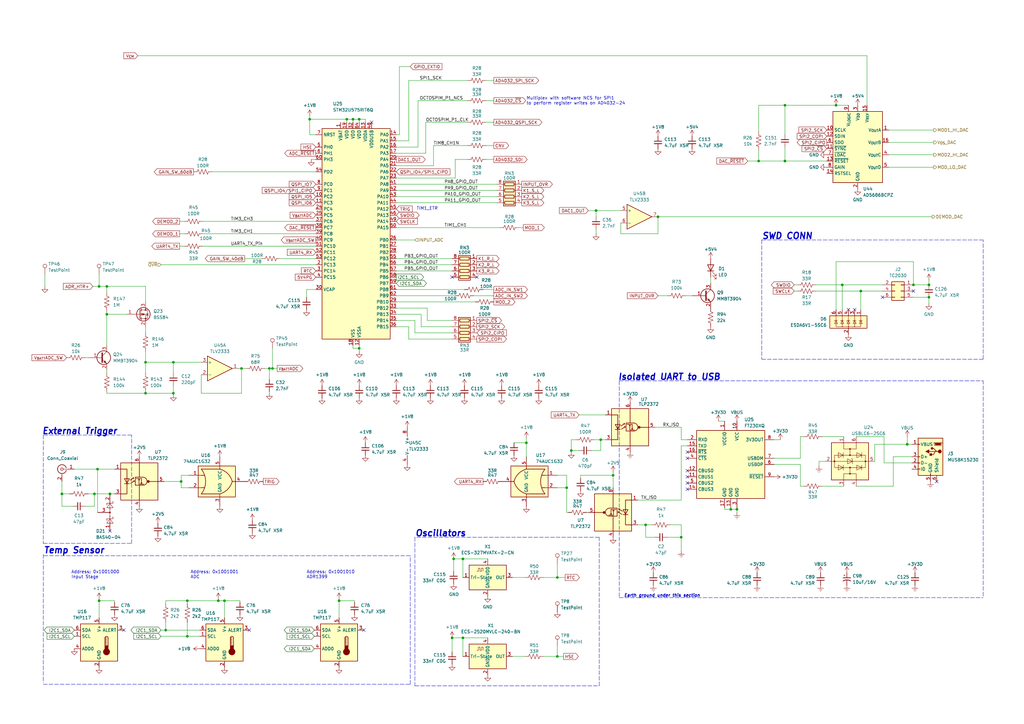
<source format=kicad_sch>
(kicad_sch (version 20230121) (generator eeschema)
  (paper "A3")
  (lib_symbols
    (symbol "74xGxx:74AUC1G32"
      (property "Reference" "U" (at -2.54 3.81 0))
      (property "Value" "74AUC1G32" (at 0 -3.81 0))
      (symbol "74AUC1G32_1_1"
        (pin input line (at -12.7 2.54 0) (length 5.08) (name "~") (number "1"))
        (pin input line (at -12.7 -2.54 0) (length 5.08) (name "~") (number "2"))
        (pin power_in line (at 0 -10.16 90) (length 5.08) (name "GND") (number "3"))
        (pin output line (at 10.16 0 180) (length 5.08) (name "~") (number "4"))
        (pin power_in line (at 0 10.16 270) (length 5.08) (name "VCC") (number "5"))
      )
    )
    (symbol "Amplifier_Operational:TLV2372" (pin_names (offset 0.127))
      (property "Reference" "U" (at 0 5.08 0))
      (property "Value" "TLV2372" (at 0 -5.08 0))
      (symbol "TLV2372_1_1"
        (pin output line (at 7.62 0 180) (length 2.54) (name "~") (number "1"))
        (pin input line (at -7.62 -2.54 0) (length 2.54) (name "-") (number "2"))
        (pin input line (at -7.62 2.54 0) (length 2.54) (name "+") (number "3"))
      )
      (symbol "TLV2372_2_1"
        (pin input line (at -7.62 2.54 0) (length 2.54) (name "+") (number "5"))
        (pin input line (at -7.62 -2.54 0) (length 2.54) (name "-") (number "6"))
        (pin output line (at 7.62 0 180) (length 2.54) (name "~") (number "7"))
      )
      (symbol "TLV2372_3_1"
        (pin power_in line (at -2.54 -7.62 90) (length 3.81) (name "V-") (number "4"))
        (pin power_in line (at -2.54 7.62 270) (length 3.81) (name "V+") (number "8"))
      )
    )
    (symbol "Analog_DAC:AD5686xCPZ"
      (property "Reference" "U" (at 7.62 19.05 0))
      (property "Value" "AD5686xCPZ" (at 7.62 16.51 0))
      (symbol "AD5686xCPZ_1_1"
        (pin output line (at 12.7 6.35 180) (length 2.54) (name "V_{OUT}A") (number "1"))
        (pin input line (at -12.7 6.35 0) (length 2.54) (name "SCLK") (number "10"))
        (pin input line (at -12.7 -1.27 0) (length 2.54) (name "~{SYNC}") (number "11"))
        (pin input line (at -12.7 3.81 0) (length 2.54) (name "SDIN") (number "12"))
        (pin input line (at -12.7 -6.35 0) (length 2.54) (name "~{RESET}") (number "13"))
        (pin input line (at -12.7 -11.43 0) (length 2.54) (name "RSTSEL") (number "14"))
        (pin power_in line (at 3.81 16.51 270) (length 2.54) (name "V_{REF}") (number "15"))
        (pin output line (at 12.7 1.27 180) (length 2.54) (name "V_{OUT}B") (number "16"))
        (pin passive line (at 0 -17.78 90) (length 2.54) hide (name "GND") (number "17"))
        (pin power_in line (at 0 -17.78 90) (length 2.54) (name "GND") (number "2"))
        (pin power_in line (at 0 16.51 270) (length 2.54) (name "V_{DD}") (number "3"))
        (pin output line (at 12.7 -3.81 180) (length 2.54) (name "V_{OUT}C") (number "4"))
        (pin output line (at 12.7 -8.89 180) (length 2.54) (name "V_{OUT}D") (number "5"))
        (pin output line (at -12.7 1.27 0) (length 2.54) (name "SDO") (number "6"))
        (pin input line (at -12.7 -3.81 0) (length 2.54) (name "~{LDAC}") (number "7"))
        (pin input line (at -12.7 -8.89 0) (length 2.54) (name "GAIN") (number "8"))
        (pin power_in line (at -3.81 16.51 270) (length 2.54) (name "V_{LOGIC}") (number "9"))
      )
    )
    (symbol "Connector:Conn_Coaxial" (pin_names (offset 1.016) hide)
      (property "Reference" "J" (at 0.254 3.048 0))
      (property "Value" "Conn_Coaxial" (at 2.921 0 90))
      (symbol "Conn_Coaxial_1_1"
        (pin passive line (at -5.08 0 0) (length 2.54) (name "In") (number "1"))
        (pin passive line (at 0 -5.08 90) (length 2.54) (name "Ext") (number "2"))
      )
    )
    (symbol "Connector:TestPoint" (pin_numbers hide) (pin_names (offset 0.762) hide)
      (property "Reference" "TP" (at 0 6.858 0))
      (property "Value" "TestPoint" (at 0 5.08 0))
      (symbol "TestPoint_1_1"
        (pin passive line (at 0 0 90) (length 2.54) (name "1") (number "1"))
      )
    )
    (symbol "Connector:USB_B_Micro" (pin_names (offset 1.016))
      (property "Reference" "J" (at -5.08 11.43 0))
      (property "Value" "USB_B_Micro" (at -5.08 8.89 0))
      (symbol "USB_B_Micro_1_1"
        (pin power_out line (at 7.62 5.08 180) (length 2.54) (name "VBUS") (number "1"))
        (pin bidirectional line (at 7.62 -2.54 180) (length 2.54) (name "D-") (number "2"))
        (pin bidirectional line (at 7.62 0 180) (length 2.54) (name "D+") (number "3"))
        (pin passive line (at 7.62 -5.08 180) (length 2.54) (name "ID") (number "4"))
        (pin power_out line (at 0 -10.16 90) (length 2.54) (name "GND") (number "5"))
        (pin passive line (at -2.54 -10.16 90) (length 2.54) (name "Shield") (number "6"))
      )
    )
    (symbol "Connector_Generic:Conn_02x03_Odd_Even" (pin_names (offset 1.016) hide)
      (property "Reference" "J" (at 1.27 5.08 0))
      (property "Value" "Conn_02x03_Odd_Even" (at 1.27 -5.08 0))
      (symbol "Conn_02x03_Odd_Even_1_1"
        (pin passive line (at -5.08 2.54 0) (length 3.81) (name "Pin_1") (number "1"))
        (pin passive line (at 7.62 2.54 180) (length 3.81) (name "Pin_2") (number "2"))
        (pin passive line (at -5.08 0 0) (length 3.81) (name "Pin_3") (number "3"))
        (pin passive line (at 7.62 0 180) (length 3.81) (name "Pin_4") (number "4"))
        (pin passive line (at -5.08 -2.54 0) (length 3.81) (name "Pin_5") (number "5"))
        (pin passive line (at 7.62 -2.54 180) (length 3.81) (name "Pin_6") (number "6"))
      )
    )
    (symbol "Device:CP1_Small" (pin_numbers hide) (pin_names (offset 0.254) hide)
      (property "Reference" "C" (at 0.254 1.778 0))
      (property "Value" "CP1_Small" (at 0.254 -2.032 0))
      (symbol "CP1_Small_1_1"
        (pin passive line (at 0 2.54 270) (length 2.032) (name "~") (number "1"))
        (pin passive line (at 0 -2.54 90) (length 2.032) (name "~") (number "2"))
      )
    )
    (symbol "Device:C_Small" (pin_numbers hide) (pin_names (offset 0.254) hide)
      (property "Reference" "C" (at 0.254 1.778 0))
      (property "Value" "C_Small" (at 0.254 -2.032 0))
      (symbol "C_Small_1_1"
        (pin passive line (at 0 2.54 270) (length 2.032) (name "~") (number "1"))
        (pin passive line (at 0 -2.54 90) (length 2.032) (name "~") (number "2"))
      )
    )
    (symbol "Device:LED" (pin_numbers hide) (pin_names (offset 1.016) hide)
      (property "Reference" "D" (at 0 2.54 0))
      (property "Value" "LED" (at 0 -2.54 0))
      (symbol "LED_1_1"
        (pin passive line (at -3.81 0 0) (length 2.54) (name "K") (number "1"))
        (pin passive line (at 3.81 0 180) (length 2.54) (name "A") (number "2"))
      )
    )
    (symbol "Device:R_Pack04" (pin_names (offset 0) hide)
      (property "Reference" "RN" (at -7.62 0 90))
      (property "Value" "R_Pack04" (at 5.08 0 90))
      (symbol "R_Pack04_1_1"
        (pin passive line (at -5.08 -5.08 90) (length 2.54) (name "R1.1") (number "1"))
        (pin passive line (at -2.54 -5.08 90) (length 2.54) (name "R2.1") (number "2"))
        (pin passive line (at 0 -5.08 90) (length 2.54) (name "R3.1") (number "3"))
        (pin passive line (at 2.54 -5.08 90) (length 2.54) (name "R4.1") (number "4"))
        (pin passive line (at 2.54 5.08 270) (length 2.54) (name "R4.2") (number "5"))
        (pin passive line (at 0 5.08 270) (length 2.54) (name "R3.2") (number "6"))
        (pin passive line (at -2.54 5.08 270) (length 2.54) (name "R2.2") (number "7"))
        (pin passive line (at -5.08 5.08 270) (length 2.54) (name "R1.2") (number "8"))
      )
    )
    (symbol "Device:R_US" (pin_numbers hide) (pin_names (offset 0))
      (property "Reference" "R" (at 2.54 0 90))
      (property "Value" "R_US" (at -2.54 0 90))
      (symbol "R_US_1_1"
        (pin passive line (at 0 3.81 270) (length 1.27) (name "~") (number "1"))
        (pin passive line (at 0 -3.81 90) (length 1.27) (name "~") (number "2"))
      )
    )
    (symbol "Diode:BAS40-04" (pin_names (offset 1.016))
      (property "Reference" "D" (at 0.635 -1.27 0))
      (property "Value" "BAS40-04" (at -6.35 5.715 0))
      (symbol "BAS40-04_1_1"
        (pin passive line (at -7.62 2.54 0) (length 3.81) (name "~") (number "1"))
        (pin passive line (at 7.62 2.54 180) (length 3.81) (name "~") (number "2"))
        (pin passive line (at 0 -2.54 90) (length 5.08) (name "~") (number "3"))
      )
    )
    (symbol "Interface_USB:FT230XQ"
      (property "Reference" "U" (at -13.97 15.24 0))
      (property "Value" "FT230XQ" (at 7.62 15.24 0))
      (symbol "FT230XQ_1_1"
        (pin power_in line (at 2.54 17.78 270) (length 3.81) (name "VCCIO") (number "1"))
        (pin power_in line (at -2.54 17.78 270) (length 3.81) (name "VCC") (number "10"))
        (pin bidirectional line (at 17.78 -5.08 180) (length 3.81) (name "CBUS1") (number "11"))
        (pin bidirectional line (at 17.78 -2.54 180) (length 3.81) (name "CBUS0") (number "12"))
        (pin power_in line (at 0 -17.78 90) (length 3.81) (name "GND") (number "13"))
        (pin bidirectional line (at 17.78 -10.16 180) (length 3.81) (name "CBUS3") (number "14"))
        (pin output line (at 17.78 7.62 180) (length 3.81) (name "TXD") (number "15"))
        (pin output line (at 17.78 5.08 180) (length 3.81) (name "~{RTS}") (number "16"))
        (pin power_in line (at 2.54 -17.78 90) (length 3.81) (name "GND") (number "17"))
        (pin input line (at 17.78 10.16 180) (length 3.81) (name "RXD") (number "2"))
        (pin power_in line (at -2.54 -17.78 90) (length 3.81) (name "GND") (number "3"))
        (pin input line (at 17.78 2.54 180) (length 3.81) (name "~{CTS}") (number "4"))
        (pin bidirectional line (at 17.78 -7.62 180) (length 3.81) (name "CBUS2") (number "5"))
        (pin bidirectional line (at -17.78 0 0) (length 3.81) (name "USBDP") (number "6"))
        (pin bidirectional line (at -17.78 2.54 0) (length 3.81) (name "USBDM") (number "7"))
        (pin power_out line (at -17.78 10.16 0) (length 3.81) (name "3V3OUT") (number "8"))
        (pin input line (at -17.78 -5.08 0) (length 3.81) (name "~{RESET}") (number "9"))
      )
    )
    (symbol "Isolator:TLP2767" (pin_names (offset 1.016) hide)
      (property "Reference" "U" (at -7.112 8.89 0))
      (property "Value" "TLP2767" (at 1.016 9.144 0))
      (symbol "TLP2767_1_1"
        (pin passive line (at -10.16 5.08 0) (length 2.54) (name "A") (number "1"))
        (pin no_connect line (at -7.62 0 0) (length 2.54) hide (name "NC") (number "2"))
        (pin passive line (at -10.16 -5.08 0) (length 2.54) (name "K") (number "3"))
        (pin power_in line (at 0 -10.16 90) (length 2.54) (name "GND") (number "4"))
        (pin output line (at 10.16 0 180) (length 2.54) (name "VO") (number "5"))
        (pin power_in line (at 0 10.16 270) (length 2.54) (name "VDD") (number "6"))
      )
    )
    (symbol "MCU_ST_STM32U5:STM32U575RITx"
      (property "Reference" "U" (at -12.7 44.45 0))
      (property "Value" "STM32U575RITx" (at 10.16 44.45 0))
      (symbol "STM32U575RITx_1_1"
        (pin power_in line (at -5.08 45.72 270) (length 2.54) (name "VBAT") (number "1"))
        (pin bidirectional line (at -15.24 15.24 0) (length 2.54) (name "PC2") (number "10"))
        (pin bidirectional line (at -15.24 12.7 0) (length 2.54) (name "PC3") (number "11"))
        (pin power_in line (at 2.54 -45.72 90) (length 2.54) (name "VSSA") (number "12"))
        (pin power_in line (at 5.08 45.72 270) (length 2.54) (name "VDDA") (number "13"))
        (pin bidirectional line (at 17.78 40.64 180) (length 2.54) (name "PA0") (number "14"))
        (pin bidirectional line (at 17.78 38.1 180) (length 2.54) (name "PA1") (number "15"))
        (pin bidirectional line (at 17.78 35.56 180) (length 2.54) (name "PA2") (number "16"))
        (pin bidirectional line (at 17.78 33.02 180) (length 2.54) (name "PA3") (number "17"))
        (pin power_in line (at 0 -45.72 90) (length 2.54) (name "VSS") (number "18"))
        (pin power_in line (at -2.54 45.72 270) (length 2.54) (name "VDD") (number "19"))
        (pin bidirectional line (at -15.24 -12.7 0) (length 2.54) (name "PC13") (number "2"))
        (pin bidirectional line (at 17.78 30.48 180) (length 2.54) (name "PA4") (number "20"))
        (pin bidirectional line (at 17.78 27.94 180) (length 2.54) (name "PA5") (number "21"))
        (pin bidirectional line (at 17.78 25.4 180) (length 2.54) (name "PA6") (number "22"))
        (pin bidirectional line (at 17.78 22.86 180) (length 2.54) (name "PA7") (number "23"))
        (pin bidirectional line (at -15.24 10.16 0) (length 2.54) (name "PC4") (number "24"))
        (pin bidirectional line (at -15.24 7.62 0) (length 2.54) (name "PC5") (number "25"))
        (pin bidirectional line (at 17.78 -2.54 180) (length 2.54) (name "PB0") (number "26"))
        (pin bidirectional line (at 17.78 -5.08 180) (length 2.54) (name "PB1") (number "27"))
        (pin bidirectional line (at 17.78 -7.62 180) (length 2.54) (name "PB2") (number "28"))
        (pin bidirectional line (at 17.78 -27.94 180) (length 2.54) (name "PB10") (number "29"))
        (pin bidirectional line (at -15.24 -15.24 0) (length 2.54) (name "PC14") (number "3"))
        (pin power_out line (at -15.24 -22.86 0) (length 2.54) (name "VCAP") (number "30"))
        (pin passive line (at 0 -45.72 90) (length 2.54) hide (name "VSS") (number "31"))
        (pin power_in line (at 0 45.72 270) (length 2.54) (name "VDD") (number "32"))
        (pin bidirectional line (at 17.78 -30.48 180) (length 2.54) (name "PB12") (number "33"))
        (pin bidirectional line (at 17.78 -33.02 180) (length 2.54) (name "PB13") (number "34"))
        (pin bidirectional line (at 17.78 -35.56 180) (length 2.54) (name "PB14") (number "35"))
        (pin bidirectional line (at 17.78 -38.1 180) (length 2.54) (name "PB15") (number "36"))
        (pin bidirectional line (at -15.24 5.08 0) (length 2.54) (name "PC6") (number "37"))
        (pin bidirectional line (at -15.24 2.54 0) (length 2.54) (name "PC7") (number "38"))
        (pin bidirectional line (at -15.24 0 0) (length 2.54) (name "PC8") (number "39"))
        (pin bidirectional line (at -15.24 -17.78 0) (length 2.54) (name "PC15") (number "4"))
        (pin bidirectional line (at -15.24 -2.54 0) (length 2.54) (name "PC9") (number "40"))
        (pin bidirectional line (at 17.78 20.32 180) (length 2.54) (name "PA8") (number "41"))
        (pin bidirectional line (at 17.78 17.78 180) (length 2.54) (name "PA9") (number "42"))
        (pin bidirectional line (at 17.78 15.24 180) (length 2.54) (name "PA10") (number "43"))
        (pin bidirectional line (at 17.78 12.7 180) (length 2.54) (name "PA11") (number "44"))
        (pin bidirectional line (at 17.78 10.16 180) (length 2.54) (name "PA12") (number "45"))
        (pin bidirectional line (at 17.78 7.62 180) (length 2.54) (name "PA13") (number "46"))
        (pin passive line (at 0 -45.72 90) (length 2.54) hide (name "VSS") (number "47"))
        (pin power_in line (at 7.62 45.72 270) (length 2.54) (name "VDDUSB") (number "48"))
        (pin bidirectional line (at 17.78 5.08 180) (length 2.54) (name "PA14") (number "49"))
        (pin bidirectional line (at -15.24 35.56 0) (length 2.54) (name "PH0") (number "5"))
        (pin bidirectional line (at 17.78 2.54 180) (length 2.54) (name "PA15") (number "50"))
        (pin bidirectional line (at -15.24 -5.08 0) (length 2.54) (name "PC10") (number "51"))
        (pin bidirectional line (at -15.24 -7.62 0) (length 2.54) (name "PC11") (number "52"))
        (pin bidirectional line (at -15.24 -10.16 0) (length 2.54) (name "PC12") (number "53"))
        (pin bidirectional line (at -15.24 25.4 0) (length 2.54) (name "PD2") (number "54"))
        (pin bidirectional line (at 17.78 -10.16 180) (length 2.54) (name "PB3") (number "55"))
        (pin bidirectional line (at 17.78 -12.7 180) (length 2.54) (name "PB4") (number "56"))
        (pin bidirectional line (at 17.78 -15.24 180) (length 2.54) (name "PB5") (number "57"))
        (pin bidirectional line (at 17.78 -17.78 180) (length 2.54) (name "PB6") (number "58"))
        (pin bidirectional line (at 17.78 -20.32 180) (length 2.54) (name "PB7") (number "59"))
        (pin bidirectional line (at -15.24 33.02 0) (length 2.54) (name "PH1") (number "6"))
        (pin bidirectional line (at -15.24 30.48 0) (length 2.54) (name "PH3") (number "60"))
        (pin bidirectional line (at 17.78 -22.86 180) (length 2.54) (name "PB8") (number "61"))
        (pin bidirectional line (at 17.78 -25.4 180) (length 2.54) (name "PB9") (number "62"))
        (pin passive line (at 0 -45.72 90) (length 2.54) hide (name "VSS") (number "63"))
        (pin power_in line (at 2.54 45.72 270) (length 2.54) (name "VDD") (number "64"))
        (pin input line (at -15.24 40.64 0) (length 2.54) (name "NRST") (number "7"))
        (pin bidirectional line (at -15.24 20.32 0) (length 2.54) (name "PC0") (number "8"))
        (pin bidirectional line (at -15.24 17.78 0) (length 2.54) (name "PC1") (number "9"))
      )
    )
    (symbol "Oscillator:ECS-2520MV-xxx-xx"
      (property "Reference" "X" (at -5.08 6.35 0))
      (property "Value" "ECS-2520MV-xxx-xx" (at 1.27 -6.35 0))
      (symbol "ECS-2520MV-xxx-xx_1_1"
        (pin input line (at -10.16 0 0) (length 2.54) (name "Tri-State") (number "1"))
        (pin power_in line (at 0 -7.62 90) (length 2.54) (name "GND") (number "2"))
        (pin output line (at 10.16 0 180) (length 2.54) (name "OUT") (number "3"))
        (pin power_in line (at 0 7.62 270) (length 2.54) (name "VDD") (number "4"))
      )
    )
    (symbol "Power_Protection:ESDA6V1-5SC6" (pin_names hide)
      (property "Reference" "D" (at -5.08 -3.81 0))
      (property "Value" "ESDA6V1-5SC6" (at 2.54 -3.81 0))
      (symbol "ESDA6V1-5SC6_0_0"
        (pin passive line (at 0 -5.08 90) (length 2.54) (name "GND") (number "2"))
      )
      (symbol "ESDA6V1-5SC6_1_1"
        (pin passive line (at -5.08 5.08 270) (length 2.54) (name "IO1") (number "1"))
        (pin passive line (at -2.54 5.08 270) (length 2.54) (name "IO2") (number "3"))
        (pin passive line (at 0 5.08 270) (length 2.54) (name "IO3") (number "4"))
        (pin passive line (at 2.54 5.08 270) (length 2.54) (name "IO4") (number "5"))
        (pin passive line (at 5.08 5.08 270) (length 2.54) (name "IO5") (number "6"))
      )
    )
    (symbol "Power_Protection:USBLC6-2SC6" (pin_names hide)
      (property "Reference" "U" (at 2.54 8.89 0))
      (property "Value" "USBLC6-2SC6" (at 2.54 -8.89 0))
      (symbol "USBLC6-2SC6_1_1"
        (pin passive line (at -10.16 -2.54 0) (length 2.54) (name "I/O1") (number "1"))
        (pin passive line (at 0 -10.16 90) (length 2.54) (name "GND") (number "2"))
        (pin passive line (at 10.16 -2.54 180) (length 2.54) (name "I/O2") (number "3"))
        (pin passive line (at 10.16 2.54 180) (length 2.54) (name "I/O2") (number "4"))
        (pin passive line (at 0 10.16 270) (length 2.54) (name "VBUS") (number "5"))
        (pin passive line (at -10.16 2.54 0) (length 2.54) (name "I/O1") (number "6"))
      )
    )
    (symbol "Sensor_Temperature:TMP117"
      (property "Reference" "U" (at 10.16 -2.54 0))
      (property "Value" "TMP117" (at 12.7 -5.08 0))
      (symbol "TMP117_1_1"
        (pin input line (at -10.16 2.54 0) (length 2.54) (name "SCL") (number "1"))
        (pin power_in line (at 0 -10.16 90) (length 2.54) (name "GND") (number "2"))
        (pin open_collector line (at 10.16 5.08 180) (length 2.54) (name "ALERT") (number "3"))
        (pin input line (at -10.16 -2.54 0) (length 2.54) (name "ADD0") (number "4"))
        (pin power_in line (at 0 10.16 270) (length 2.54) (name "V+") (number "5"))
        (pin bidirectional line (at -10.16 5.08 0) (length 2.54) (name "SDA") (number "6"))
      )
    )
    (symbol "Transistor_BJT:MMBT3904" (pin_names (offset 0) hide)
      (property "Reference" "Q" (at 5.08 1.905 0))
      (property "Value" "MMBT3904" (at 5.08 0 0))
      (symbol "MMBT3904_1_1"
        (pin input line (at -5.08 0 0) (length 5.715) (name "B") (number "1"))
        (pin passive line (at 2.54 -5.08 90) (length 2.54) (name "E") (number "2"))
        (pin passive line (at 2.54 5.08 270) (length 2.54) (name "C") (number "3"))
      )
    )
    (symbol "Transistor_FET:BSS84" (pin_names hide)
      (property "Reference" "Q" (at 5.08 1.905 0))
      (property "Value" "BSS84" (at 5.08 0 0))
      (symbol "BSS84_1_1"
        (pin input line (at -5.08 0 0) (length 2.54) (name "G") (number "1"))
        (pin passive line (at 2.54 -5.08 90) (length 2.54) (name "S") (number "2"))
        (pin passive line (at 2.54 5.08 270) (length 2.54) (name "D") (number "3"))
      )
    )
    (symbol "power:+1V8" (power) (pin_names (offset 0))
      (property "Value" "+1V8" (at 0 3.556 0))
      (symbol "+1V8_1_1"
        (pin power_in line (at 0 0 90) (length 0) hide (name "+1V8") (number "1"))
      )
    )
    (symbol "power:+2V5" (power) (pin_names (offset 0))
      (property "Value" "+2V5" (at 0 3.556 0))
      (symbol "+2V5_1_1"
        (pin power_in line (at 0 0 90) (length 0) hide (name "+2V5") (number "1"))
      )
    )
    (symbol "power:+3V3D" (power) (pin_names (offset 0))
      (property "Value" "+3V3D" (at 0 3.556 0))
      (symbol "+3V3D_1_1"
        (pin power_in line (at 0 0 90) (length 0) hide (name "+3V3D") (number "1"))
      )
    )
    (symbol "power:+5V4" (power) (pin_names (offset 0))
      (property "Value" "+5V4" (at 0 3.556 0))
      (symbol "+5V4_1_1"
        (pin power_in line (at 0 0 90) (length 0) hide (name "+5V4") (number "1"))
      )
    )
    (symbol "power:Earth" (power) (pin_names (offset 0))
      (symbol "Earth_1_1"
        (pin power_in line (at 0 0 270) (length 0) hide (name "Earth") (number "1"))
      )
    )
    (symbol "power:GND" (power) (pin_names (offset 0))
      (property "Value" "GND" (at 0 -3.81 0))
      (symbol "GND_1_1"
        (pin power_in line (at 0 0 270) (length 0) hide (name "GND") (number "1"))
      )
    )
    (symbol "power:VBUS" (power) (pin_names (offset 0))
      (property "Value" "VBUS" (at 0 3.81 0))
      (symbol "VBUS_1_1"
        (pin power_in line (at 0 0 90) (length 0) hide (name "VBUS") (number "1"))
      )
    )
  )
  (junction (at 99.06 151.13))
  (junction (at 147.32 142.875))
  (junction (at 186.055 229.235))
  (junction (at 246.38 180.34))
  (junction (at 234.315 184.785))
  (junction (at 232.41 200.025))
  (junction (at 67.945 258.445))
  (junction (at 38.735 202.565))
  (junction (at 269.875 88.9))
  (junction (at 342.9 43.18))
  (junction (at 92.075 246.38))
  (junction (at 59.69 161.29))
  (junction (at 264.795 215.265))
  (junction (at 279.4 220.345))
  (junction (at 189.865 261.62))
  (junction (at 139.065 246.38))
  (junction (at 189.865 229.235))
  (junction (at 25.4 202.565))
  (junction (at 321.945 66.04))
  (junction (at 321.945 43.18))
  (junction (at 45.085 202.565))
  (junction (at 374.65 116.84))
  (junction (at 185.42 261.62))
  (junction (at 89.535 246.38))
  (junction (at 142.24 48.895))
  (junction (at 228.6 269.24))
  (junction (at 228.6 236.855))
  (junction (at 40.005 192.405))
  (junction (at 71.12 161.29))
  (junction (at 40.64 117.475))
  (junction (at 299.72 208.915))
  (junction (at 74.295 197.485))
  (junction (at 144.78 48.895))
  (junction (at 381 116.84))
  (junction (at 244.475 86.36))
  (junction (at 147.32 48.895))
  (junction (at 43.815 128.905))
  (junction (at 353.06 119.38))
  (junction (at 76.835 246.38))
  (junction (at 76.835 260.985))
  (junction (at 111.76 151.13))
  (junction (at 345.44 116.84))
  (junction (at 372.11 182.245))
  (junction (at 302.26 208.915))
  (junction (at 43.815 117.475))
  (junction (at 59.69 148.59))
  (junction (at 311.15 66.04))
  (junction (at 215.9 181.61))
  (junction (at 40.64 246.38))
  (junction (at 110.49 151.13))
  (junction (at 251.46 194.945))
  (junction (at 381 121.92))
  (junction (at 127 48.895))
  (junction (at 71.12 148.59))
  (no_connect (at 281.94 193.04))
  (no_connect (at 281.94 198.12))
  (no_connect (at 45.085 217.805))
  (no_connect (at 149.225 258.445))
  (no_connect (at 50.8 258.445))
  (no_connect (at 281.94 195.58))
  (no_connect (at 102.235 258.445))
  (no_connect (at 350.52 127))
  (no_connect (at 281.94 185.42))
  (no_connect (at 281.94 187.96))
  (no_connect (at 361.95 121.92))
  (no_connect (at 374.65 119.38))
  (no_connect (at 281.94 200.66))
  (no_connect (at 384.175 197.485))
  (no_connect (at 152.4 50.165))
  (no_connect (at 195.58 113.665))
  (no_connect (at 185.42 113.665))
  (no_connect (at 347.98 127))
  (wire (pts (xy 355.6 22.86) (xy 355.6 43.18)))
  (wire (pts (xy 59.69 160.655) (xy 59.69 161.29)))
  (wire (pts (xy 361.95 119.38) (xy 353.06 119.38)))
  (wire (pts (xy 228.6 264.795) (xy 228.6 269.24)))
  (wire (pts (xy 302.26 208.915) (xy 302.26 210.185)))
  (wire (pts (xy 66.04 108.585) (xy 129.54 108.585)))
  (polyline (pts (xy 254 156.21) (xy 403.225 156.21)) (stroke (width 0) (type dash)))
  (wire (pts (xy 199.39 59.69) (xy 202.565 59.69)))
  (wire (pts (xy 162.56 123.825) (xy 194.945 123.825)))
  (wire (pts (xy 244.475 93.98) (xy 244.475 95.885)))
  (wire (pts (xy 59.69 161.29) (xy 43.815 161.29)))
  (wire (pts (xy 311.15 43.18) (xy 321.945 43.18)))
  (wire (pts (xy 144.78 48.895) (xy 144.78 50.165)))
  (wire (pts (xy 328.295 187.96) (xy 328.295 179.07)))
  (wire (pts (xy 191.77 41.275) (xy 171.45 41.275)))
  (wire (pts (xy 233.045 210.185) (xy 232.41 210.185)))
  (wire (pts (xy 43.815 161.29) (xy 43.815 160.655)))
  (wire (pts (xy 232.41 200.025) (xy 232.41 210.185)))
  (wire (pts (xy 228.6 236.855) (xy 231.775 236.855)))
  (wire (pts (xy 170.18 136.525) (xy 185.42 136.525)))
  (wire (pts (xy 56.515 22.86) (xy 355.6 22.86)))
  (wire (pts (xy 73.66 100.965) (xy 75.565 100.965)))
  (wire (pts (xy 254.635 95.885) (xy 269.875 95.885)))
  (polyline (pts (xy 254 156.21) (xy 254 245.11)) (stroke (width 0) (type dash)))
  (wire (pts (xy 269.875 95.885) (xy 269.875 88.9)))
  (wire (pts (xy 46.99 202.565) (xy 45.085 202.565)))
  (polyline (pts (xy 254 245.11) (xy 403.225 245.11)) (stroke (width 0) (type dash)))
  (wire (pts (xy 40.64 245.745) (xy 40.64 246.38)))
  (wire (pts (xy 273.685 121.285) (xy 269.875 121.285)))
  (wire (pts (xy 71.12 148.59) (xy 71.12 153.035)))
  (wire (pts (xy 114.935 106.045) (xy 129.54 106.045)))
  (wire (pts (xy 374.65 121.92) (xy 381 121.92)))
  (wire (pts (xy 83.185 95.885) (xy 129.54 95.885)))
  (wire (pts (xy 92.075 246.38) (xy 92.075 253.365)))
  (wire (pts (xy 40.64 112.395) (xy 40.64 117.475)))
  (wire (pts (xy 110.49 151.13) (xy 110.49 155.575)))
  (wire (pts (xy 364.49 68.58) (xy 382.905 68.58)))
  (polyline (pts (xy 403.225 147.32) (xy 403.225 98.425)) (stroke (width 0) (type dash)))
  (wire (pts (xy 167.64 33.02) (xy 191.77 33.02)))
  (wire (pts (xy 189.865 236.855) (xy 189.865 229.235)))
  (wire (pts (xy 279.4 205.105) (xy 279.4 182.88)))
  (wire (pts (xy 202.565 65.405) (xy 199.39 65.405)))
  (wire (pts (xy 145.415 247.015) (xy 145.415 246.38)))
  (wire (pts (xy 374.65 107.315) (xy 374.65 116.84)))
  (wire (pts (xy 174.625 62.865) (xy 162.56 62.865)))
  (wire (pts (xy 145.415 246.38) (xy 139.065 246.38)))
  (wire (pts (xy 215.9 181.61) (xy 215.9 187.325)))
  (wire (pts (xy 317.5 180.34) (xy 320.04 180.34)))
  (wire (pts (xy 77.47 200.025) (xy 74.295 200.025)))
  (wire (pts (xy 299.72 208.28) (xy 299.72 208.915)))
  (wire (pts (xy 232.41 194.945) (xy 228.6 194.945)))
  (wire (pts (xy 337.185 179.07) (xy 346.075 179.07)))
  (wire (pts (xy 34.925 146.685) (xy 36.195 146.685)))
  (wire (pts (xy 381 114.935) (xy 381 116.84)))
  (wire (pts (xy 186.69 73.025) (xy 162.56 73.025)))
  (wire (pts (xy 251.46 194.945) (xy 251.46 200.025)))
  (wire (pts (xy 30.48 192.405) (xy 40.005 192.405)))
  (wire (pts (xy 40.64 117.475) (xy 43.815 117.475)))
  (polyline (pts (xy 53.975 222.885) (xy 53.975 178.435)) (stroke (width 0) (type dash)))
  (wire (pts (xy 177.8 59.69) (xy 191.77 59.69)))
  (wire (pts (xy 351.155 199.39) (xy 366.395 199.39)))
  (wire (pts (xy 125.73 118.745) (xy 129.54 118.745)))
  (polyline (pts (xy 312.42 98.425) (xy 403.225 98.425)) (stroke (width 0) (type dash)))
  (wire (pts (xy 279.4 175.26) (xy 279.4 180.34)))
  (wire (pts (xy 83.185 90.805) (xy 129.54 90.805)))
  (polyline (pts (xy 17.78 227.33) (xy 17.78 280.035)) (stroke (width 0) (type dash)))
  (wire (pts (xy 321.945 60.325) (xy 321.945 66.04)))
  (wire (pts (xy 366.395 199.39) (xy 366.395 187.325)))
  (wire (pts (xy 18.415 112.395) (xy 18.415 117.475)))
  (wire (pts (xy 189.865 261.62) (xy 200.025 261.62)))
  (wire (pts (xy 167.64 33.02) (xy 167.64 57.785)))
  (wire (pts (xy 358.775 182.245) (xy 358.775 189.23)))
  (wire (pts (xy 110.49 151.13) (xy 111.76 151.13)))
  (polyline (pts (xy 168.275 280.67) (xy 168.275 227.965)) (stroke (width 0) (type dash)))
  (wire (pts (xy 175.26 126.365) (xy 175.26 131.445)))
  (wire (pts (xy 364.49 53.34) (xy 382.905 53.34)))
  (wire (pts (xy 362.585 189.865) (xy 374.015 189.865)))
  (wire (pts (xy 67.945 255.27) (xy 67.945 258.445)))
  (wire (pts (xy 76.835 246.38) (xy 76.835 247.65)))
  (wire (pts (xy 76.835 246.38) (xy 89.535 246.38)))
  (polyline (pts (xy 245.745 281.305) (xy 245.745 220.345)) (stroke (width 0) (type dash)))
  (wire (pts (xy 306.705 66.04) (xy 311.15 66.04)))
  (wire (pts (xy 162.56 78.105) (xy 203.835 78.105)))
  (wire (pts (xy 186.055 229.235) (xy 186.055 234.315)))
  (wire (pts (xy 144.78 142.875) (xy 147.32 142.875)))
  (wire (pts (xy 98.425 246.38) (xy 92.075 246.38)))
  (wire (pts (xy 174.625 50.165) (xy 174.625 62.865)))
  (wire (pts (xy 212.725 93.345) (xy 214.63 93.345)))
  (wire (pts (xy 358.775 182.245) (xy 372.11 182.245)))
  (polyline (pts (xy 170.18 281.305) (xy 245.745 281.305)) (stroke (width 0) (type dash)))
  (wire (pts (xy 43.815 128.905) (xy 43.815 127.635)))
  (wire (pts (xy 142.24 48.895) (xy 144.78 48.895)))
  (wire (pts (xy 107.315 106.045) (xy 100.33 106.045)))
  (wire (pts (xy 162.56 118.745) (xy 190.5 118.745)))
  (wire (pts (xy 243.84 180.34) (xy 246.38 180.34)))
  (wire (pts (xy 242.57 184.785) (xy 246.38 184.785)))
  (wire (pts (xy 71.12 148.59) (xy 82.55 148.59)))
  (polyline (pts (xy 312.42 147.32) (xy 403.225 147.32)) (stroke (width 0) (type dash)))
  (wire (pts (xy 172.72 133.985) (xy 185.42 133.985)))
  (wire (pts (xy 43.815 117.475) (xy 59.69 117.475)))
  (wire (pts (xy 170.18 98.425) (xy 162.56 98.425)))
  (wire (pts (xy 99.06 151.13) (xy 97.79 151.13)))
  (wire (pts (xy 342.9 107.315) (xy 342.9 127)))
  (wire (pts (xy 342.9 43.18) (xy 347.98 43.18)))
  (wire (pts (xy 234.315 180.34) (xy 236.22 180.34)))
  (wire (pts (xy 59.69 148.59) (xy 71.12 148.59)))
  (wire (pts (xy 302.26 208.915) (xy 299.72 208.915)))
  (wire (pts (xy 279.4 180.34) (xy 281.94 180.34)))
  (wire (pts (xy 325.755 119.38) (xy 327.025 119.38)))
  (wire (pts (xy 74.295 194.945) (xy 77.47 194.945)))
  (polyline (pts (xy 17.78 222.885) (xy 53.975 222.885)) (stroke (width 0) (type dash)))
  (wire (pts (xy 246.38 180.34) (xy 248.285 180.34)))
  (wire (pts (xy 59.69 133.985) (xy 59.69 136.525)))
  (wire (pts (xy 251.46 193.675) (xy 251.46 194.945)))
  (wire (pts (xy 162.56 121.285) (xy 186.69 121.285)))
  (wire (pts (xy 73.66 90.805) (xy 75.565 90.805)))
  (wire (pts (xy 147.32 141.605) (xy 147.32 142.875)))
  (wire (pts (xy 345.44 116.84) (xy 361.95 116.84)))
  (wire (pts (xy 261.62 205.105) (xy 279.4 205.105)))
  (wire (pts (xy 334.645 119.38) (xy 353.06 119.38)))
  (wire (pts (xy 82.55 161.29) (xy 99.06 161.29)))
  (wire (pts (xy 215.9 179.705) (xy 215.9 181.61)))
  (wire (pts (xy 244.475 86.36) (xy 254.635 86.36)))
  (wire (pts (xy 71.12 161.925) (xy 71.12 161.29)))
  (wire (pts (xy 38.735 202.565) (xy 36.195 202.565)))
  (wire (pts (xy 186.055 229.235) (xy 189.865 229.235)))
  (wire (pts (xy 100.965 151.13) (xy 99.06 151.13)))
  (wire (pts (xy 89.535 245.745) (xy 89.535 246.38)))
  (wire (pts (xy 59.69 144.145) (xy 59.69 148.59)))
  (wire (pts (xy 171.45 41.275) (xy 171.45 60.325)))
  (wire (pts (xy 76.835 260.985) (xy 81.915 260.985)))
  (wire (pts (xy 189.865 229.235) (xy 200.025 229.235)))
  (wire (pts (xy 210.82 181.61) (xy 215.9 181.61)))
  (wire (pts (xy 25.4 202.565) (xy 25.4 207.645)))
  (wire (pts (xy 222.885 236.855) (xy 228.6 236.855)))
  (polyline (pts (xy 245.745 220.345) (xy 170.18 220.345)) (stroke (width 0) (type dash)))
  (wire (pts (xy 74.295 200.025) (xy 74.295 197.485)))
  (wire (pts (xy 82.55 153.67) (xy 82.55 161.29)))
  (wire (pts (xy 144.78 48.895) (xy 147.32 48.895)))
  (wire (pts (xy 302.26 208.28) (xy 302.26 208.915)))
  (wire (pts (xy 185.42 261.62) (xy 189.865 261.62)))
  (wire (pts (xy 174.625 50.165) (xy 191.77 50.165)))
  (wire (pts (xy 228.6 269.24) (xy 222.885 269.24)))
  (wire (pts (xy 185.42 267.335) (xy 185.42 261.62)))
  (wire (pts (xy 127 47.625) (xy 127 48.895)))
  (wire (pts (xy 246.38 184.785) (xy 246.38 180.34)))
  (wire (pts (xy 215.265 269.24) (xy 210.185 269.24)))
  (wire (pts (xy 364.49 63.5) (xy 382.905 63.5)))
  (wire (pts (xy 311.15 66.04) (xy 321.945 66.04)))
  (polyline (pts (xy 17.78 178.435) (xy 17.78 222.885)) (stroke (width 0) (type dash)))
  (wire (pts (xy 268.605 220.345) (xy 264.795 220.345)))
  (wire (pts (xy 321.945 43.18) (xy 321.945 55.245)))
  (wire (pts (xy 345.44 116.84) (xy 345.44 127)))
  (wire (pts (xy 234.315 184.785) (xy 237.49 184.785)))
  (wire (pts (xy 177.8 67.945) (xy 177.8 59.69)))
  (wire (pts (xy 38.735 202.565) (xy 38.735 207.645)))
  (wire (pts (xy 74.295 197.485) (xy 74.295 194.945)))
  (wire (pts (xy 40.64 246.38) (xy 40.64 253.365)))
  (wire (pts (xy 274.955 215.265) (xy 279.4 215.265)))
  (wire (pts (xy 142.24 48.895) (xy 142.24 50.165)))
  (wire (pts (xy 67.945 246.38) (xy 76.835 246.38)))
  (wire (pts (xy 162.56 108.585) (xy 185.42 108.585)))
  (wire (pts (xy 337.185 199.39) (xy 346.075 199.39)))
  (wire (pts (xy 261.62 215.265) (xy 264.795 215.265)))
  (wire (pts (xy 147.32 48.895) (xy 149.86 48.895)))
  (wire (pts (xy 162.56 75.565) (xy 203.835 75.565)))
  (wire (pts (xy 111.76 142.875) (xy 111.76 151.13)))
  (wire (pts (xy 40.005 192.405) (xy 46.99 192.405)))
  (wire (pts (xy 162.56 106.045) (xy 185.42 106.045)))
  (wire (pts (xy 381 124.46) (xy 381 121.92)))
  (wire (pts (xy 170.18 131.445) (xy 170.18 136.525)))
  (wire (pts (xy 71.12 161.29) (xy 71.12 158.115)))
  (wire (pts (xy 46.99 246.38) (xy 40.64 246.38)))
  (wire (pts (xy 25.4 197.485) (xy 25.4 202.565)))
  (wire (pts (xy 366.395 187.325) (xy 374.015 187.325)))
  (wire (pts (xy 232.41 200.025) (xy 232.41 194.945)))
  (wire (pts (xy 162.56 126.365) (xy 175.26 126.365)))
  (polyline (pts (xy 53.975 178.435) (xy 17.78 178.435)) (stroke (width 0) (type dash)))
  (wire (pts (xy 238.125 194.945) (xy 238.125 196.215)))
  (wire (pts (xy 67.945 258.445) (xy 81.915 258.445)))
  (wire (pts (xy 172.72 128.905) (xy 172.72 133.985)))
  (wire (pts (xy 38.1 117.475) (xy 40.64 117.475)))
  (wire (pts (xy 202.565 41.275) (xy 199.39 41.275)))
  (wire (pts (xy 162.56 83.185) (xy 203.835 83.185)))
  (wire (pts (xy 127 48.895) (xy 142.24 48.895)))
  (wire (pts (xy 127 55.245) (xy 127 48.895)))
  (wire (pts (xy 71.12 161.29) (xy 59.69 161.29)))
  (wire (pts (xy 171.45 60.325) (xy 162.56 60.325)))
  (wire (pts (xy 175.26 131.445) (xy 185.42 131.445)))
  (wire (pts (xy 353.06 119.38) (xy 353.06 127)))
  (wire (pts (xy 139.065 246.38) (xy 139.065 253.365)))
  (wire (pts (xy 325.755 116.84) (xy 327.025 116.84)))
  (wire (pts (xy 162.56 80.645) (xy 203.835 80.645)))
  (wire (pts (xy 328.295 199.39) (xy 329.565 199.39)))
  (wire (pts (xy 297.18 208.915) (xy 297.18 208.28)))
  (wire (pts (xy 73.66 95.885) (xy 75.565 95.885)))
  (wire (pts (xy 202.565 33.02) (xy 199.39 33.02)))
  (polyline (pts (xy 254 245.11) (xy 254 245.11)))
  (wire (pts (xy 281.305 121.285) (xy 283.845 121.285)))
  (wire (pts (xy 43.815 120.015) (xy 43.815 117.475)))
  (wire (pts (xy 279.4 220.345) (xy 273.685 220.345)))
  (wire (pts (xy 66.04 258.445) (xy 67.945 258.445)))
  (wire (pts (xy 234.315 184.785) (xy 234.315 180.34)))
  (wire (pts (xy 328.295 190.5) (xy 328.295 199.39)))
  (wire (pts (xy 147.32 48.895) (xy 147.32 50.165)))
  (wire (pts (xy 269.875 88.9) (xy 382.27 88.9)))
  (wire (pts (xy 163.83 55.245) (xy 163.83 27.305)))
  (wire (pts (xy 317.5 187.96) (xy 328.295 187.96)))
  (wire (pts (xy 194.31 121.285) (xy 202.565 121.285)))
  (wire (pts (xy 241.3 210.185) (xy 240.665 210.185)))
  (wire (pts (xy 67.945 247.65) (xy 67.945 246.38)))
  (wire (pts (xy 198.12 118.745) (xy 202.565 118.745)))
  (wire (pts (xy 25.4 207.645) (xy 29.845 207.645)))
  (wire (pts (xy 127.635 65.405) (xy 129.54 65.405)))
  (wire (pts (xy 43.815 153.035) (xy 43.815 151.765)))
  (wire (pts (xy 46.99 247.015) (xy 46.99 246.38)))
  (wire (pts (xy 167.64 133.985) (xy 167.64 139.065)))
  (wire (pts (xy 351.155 179.07) (xy 362.585 179.07)))
  (wire (pts (xy 311.15 53.975) (xy 311.15 43.18)))
  (wire (pts (xy 167.64 139.065) (xy 185.42 139.065)))
  (wire (pts (xy 317.5 190.5) (xy 328.295 190.5)))
  (wire (pts (xy 147.32 142.875) (xy 147.32 144.145)))
  (wire (pts (xy 234.315 185.42) (xy 234.315 184.785)))
  (wire (pts (xy 149.86 48.895) (xy 149.86 50.165)))
  (wire (pts (xy 83.185 100.965) (xy 129.54 100.965)))
  (wire (pts (xy 268.605 175.26) (xy 279.4 175.26)))
  (wire (pts (xy 129.54 70.485) (xy 86.995 70.485)))
  (wire (pts (xy 162.56 128.905) (xy 172.72 128.905)))
  (wire (pts (xy 279.4 215.265) (xy 279.4 220.345)))
  (wire (pts (xy 76.835 255.27) (xy 76.835 260.985)))
  (wire (pts (xy 186.69 65.405) (xy 186.69 73.025)))
  (wire (pts (xy 162.56 67.945) (xy 177.8 67.945)))
  (wire (pts (xy 89.535 246.38) (xy 92.075 246.38)))
  (wire (pts (xy 125.73 121.92) (xy 125.73 118.745)))
  (wire (pts (xy 202.565 50.165) (xy 199.39 50.165)))
  (wire (pts (xy 162.56 133.985) (xy 167.64 133.985)))
  (polyline (pts (xy 403.225 244.475) (xy 403.225 156.21)) (stroke (width 0) (type dash)))
  (wire (pts (xy 59.69 117.475) (xy 59.69 123.825)))
  (wire (pts (xy 374.65 116.84) (xy 381 116.84)))
  (wire (pts (xy 335.915 189.23) (xy 338.455 189.23)))
  (wire (pts (xy 345.44 116.84) (xy 334.645 116.84)))
  (wire (pts (xy 66.04 260.985) (xy 76.835 260.985)))
  (wire (pts (xy 162.56 131.445) (xy 170.18 131.445)))
  (wire (pts (xy 244.475 86.36) (xy 244.475 88.9)))
  (wire (pts (xy 67.31 197.485) (xy 74.295 197.485)))
  (wire (pts (xy 251.46 194.945) (xy 238.125 194.945)))
  (wire (pts (xy 335.915 191.135) (xy 335.915 189.23)))
  (wire (pts (xy 228.6 200.025) (xy 232.41 200.025)))
  (wire (pts (xy 364.49 58.42) (xy 382.905 58.42)))
  (wire (pts (xy 299.72 208.915) (xy 297.18 208.915)))
  (wire (pts (xy 111.76 151.13) (xy 113.665 151.13)))
  (polyline (pts (xy 168.275 227.965) (xy 17.78 227.965)) (stroke (width 0) (type dash)))
  (wire (pts (xy 328.295 179.07) (xy 329.565 179.07)))
  (wire (pts (xy 108.585 151.13) (xy 110.49 151.13)))
  (wire (pts (xy 45.085 202.565) (xy 38.735 202.565)))
  (wire (pts (xy 372.11 179.07) (xy 372.11 182.245)))
  (wire (pts (xy 40.005 192.405) (xy 40.005 210.185)))
  (wire (pts (xy 241.3 86.36) (xy 244.475 86.36)))
  (wire (pts (xy 254.635 91.44) (xy 254.635 95.885)))
  (wire (pts (xy 264.795 220.345) (xy 264.795 215.265)))
  (wire (pts (xy 162.56 93.345) (xy 205.105 93.345)))
  (wire (pts (xy 162.56 111.125) (xy 185.42 111.125)))
  (wire (pts (xy 237.49 170.18) (xy 248.285 170.18)))
  (wire (pts (xy 362.585 179.07) (xy 362.585 189.865)))
  (wire (pts (xy 34.925 207.645) (xy 38.735 207.645)))
  (wire (pts (xy 127 55.245) (xy 129.54 55.245)))
  (wire (pts (xy 321.945 66.04) (xy 339.09 66.04)))
  (wire (pts (xy 43.815 128.905) (xy 52.07 128.905)))
  (wire (pts (xy 186.69 65.405) (xy 191.77 65.405)))
  (wire (pts (xy 167.64 57.785) (xy 162.56 57.785)))
  (wire (pts (xy 110.49 160.655) (xy 110.49 161.29)))
  (wire (pts (xy 291.465 113.665) (xy 291.465 116.205)))
  (wire (pts (xy 139.065 245.745) (xy 139.065 246.38)))
  (polyline (pts (xy 17.78 280.67) (xy 168.275 280.67)) (stroke (width 0) (type dash)))
  (wire (pts (xy 279.4 220.345) (xy 279.4 226.06)))
  (wire (pts (xy 342.9 43.18) (xy 321.945 43.18)))
  (wire (pts (xy 311.15 66.04) (xy 311.15 61.595)))
  (polyline (pts (xy 170.18 220.345) (xy 170.18 281.305)) (stroke (width 0) (type dash)))
  (wire (pts (xy 294.64 172.72) (xy 297.18 172.72)))
  (wire (pts (xy 228.6 231.14) (xy 228.6 236.855)))
  (wire (pts (xy 189.865 269.24) (xy 189.865 261.62)))
  (wire (pts (xy 231.14 269.24) (xy 228.6 269.24)))
  (polyline (pts (xy 312.42 98.425) (xy 312.42 147.32)) (stroke (width 0) (type dash)))
  (wire (pts (xy 372.11 182.245) (xy 374.015 182.245)))
  (wire (pts (xy 342.9 107.315) (xy 374.65 107.315)))
  (wire (pts (xy 162.56 55.245) (xy 163.83 55.245)))
  (wire (pts (xy 99.06 161.29) (xy 99.06 151.13)))
  (wire (pts (xy 279.4 182.88) (xy 281.94 182.88)))
  (wire (pts (xy 210.185 236.855) (xy 215.265 236.855)))
  (wire (pts (xy 98.425 246.38) (xy 98.425 247.015)))
  (wire (pts (xy 163.83 27.305) (xy 168.275 27.305)))
  (wire (pts (xy 59.69 148.59) (xy 59.69 153.035)))
  (wire (pts (xy 43.815 141.605) (xy 43.815 128.905)))
  (wire (pts (xy 264.795 215.265) (xy 267.335 215.265)))
  (wire (pts (xy 28.575 202.565) (xy 25.4 202.565)))
  (wire (pts (xy 144.78 141.605) (xy 144.78 142.875)))
  (text "Address: 0x1001001\nADC" (at 78.105 237.49 0) (effects (font (size 1.27 1.27)) (justify left bottom)))
  (text "TIM1_ETR" (at 170.815 86.36 0) (effects (font (size 1.27 1.27)) (justify left bottom)))
  (text "SWD CONN" (at 312.42 98.425 0) (effects (font (size 2.54 2.54) bold italic) (justify left bottom)))
  (text "Multiplex with software NCS for SPI1 \nto perform register writes on AD4032-24" (at 215.9 43.18 0) (effects (font (size 1.27 1.27)) (justify left bottom)))
  (text "Oscillators\n" (at 170.18 220.345 0) (effects (font (size 2.54 2.54) bold italic) (justify left bottom)))
  (text "Earth ground under this section" (at 255.905 245.11 0) (effects (font (size 1.27 1.27) bold italic) (justify left bottom)))
  (text "External Trigger" (at 17.145 178.435 0) (effects (font (size 2.54 2.54) bold italic) (justify left bottom)))
  (text "Address: 0x1001000\nInput Stage" (at 29.21 237.49 0) (effects (font (size 1.27 1.27)) (justify left bottom)))
  (text "Isolated UART to USB" (at 253.365 156.21 0) (effects (font (size 2.54 2.54) bold italic) (justify left bottom)))
  (text "Address: 0x1001010\nADR1399" (at 125.73 237.49 0) (effects (font (size 1.27 1.27)) (justify left bottom)))
  (text "Temp Sensor" (at 17.78 227.33 0) (effects (font (size 2.54 2.54) bold italic) (justify left bottom)))
  (label "TIM3_CH3" (at 94.615 90.805 0))
  (label "UART4_TX_Pin" (at 94.615 100.965 0))
  (label "PA11_GPIO_OUT" (at 182.245 83.185 0))
  (label "PA8_GPIO_OUT" (at 182.245 75.565 0))
  (label "SPI1_SCK" (at 172.085 33.02 0))
  (label "RX_ISO" (at 271.78 175.26 0))
  (label "TIM3_CH1" (at 94.615 95.885 0))
  (label "PB3_GPIO_OUT" (at 165.735 106.045 0))
  (label "TX_ISO" (at 262.89 205.105 0))
  (label "PA10_GPIO_OUT" (at 182.245 80.645 0))
  (label "PA9_GPIO_OUT" (at 182.245 78.105 0))
  (label "PB4_GPIO_OUT" (at 165.735 108.585 0))
  (label "OCTOSPIM_P1_CLK" (at 174.625 50.165 0))
  (label "TIM8_CH1N" (at 177.8 59.69 0))
  (label "OCTOSPIM_P1_NCS" (at 172.085 41.275 0))
  (label "TIM1_CH1" (at 182.245 93.345 0))
  (label "PB5_GPIO_OUT" (at 165.735 111.125 0))
  (global_label "MOD_1" (shape output) (at 214.63 93.345 0) (property "Intersheetrefs" "${INTERSHEET_REFS}" (effects hide)))
  (global_label "DAC1_OUT" (shape output) (at 162.56 65.405 0) (property "Intersheetrefs" "${INTERSHEET_REFS}" (effects hide)))
  (global_label "TRIG" (shape output) (at 107.95 197.485 0) (property "Intersheetrefs" "${INTERSHEET_REFS}" (effects hide)))
  (global_label "DAC_~{RESET}" (shape output) (at 129.54 93.345 180) (property "Intersheetrefs" "${INTERSHEET_REFS}" (effects hide)))
  (global_label "AD4032_SPI_SCK" (shape output) (at 202.565 33.02 0) (property "Intersheetrefs" "${INTERSHEET_REFS}" (effects hide)))
  (global_label "V_{CM}" (shape input) (at 56.515 22.86 180) (property "Intersheetrefs" "${INTERSHEET_REFS}" (effects hide)))
  (global_label "SWCLK" (shape input) (at 325.755 119.38 180) (property "Intersheetrefs" "${INTERSHEET_REFS}" (effects hide)))
  (global_label "QSPI_IO4{slash}SPI1_CIPO" (shape input) (at 129.54 78.105 180) (property "Intersheetrefs" "${INTERSHEET_REFS}" (effects hide)))
  (global_label "ADC_IN_SW2" (shape output) (at 202.565 121.285 0) (property "Intersheetrefs" "${INTERSHEET_REFS}" (effects hide)))
  (global_label "V_{BATT}ADC_SW" (shape output) (at 129.54 98.425 180) (property "Intersheetrefs" "${INTERSHEET_REFS}" (effects hide)))
  (global_label "K3_S_L" (shape output) (at 213.995 83.185 0) (property "Intersheetrefs" "${INTERSHEET_REFS}" (effects hide)))
  (global_label "I2C1_SDA" (shape bidirectional) (at 66.04 258.445 180) (property "Intersheetrefs" "${INTERSHEET_REFS}" (effects hide)))
  (global_label "UART4_TX" (shape output) (at 73.66 100.965 180) (property "Intersheetrefs" "${INTERSHEET_REFS}" (effects hide)))
  (global_label "SPI2_SCK" (shape input) (at 339.09 53.34 180) (property "Intersheetrefs" "${INTERSHEET_REFS}" (effects hide)))
  (global_label "V_{BATT}ADC" (shape output) (at 113.665 151.13 0) (property "Intersheetrefs" "${INTERSHEET_REFS}" (effects hide)))
  (global_label "V_{BATT}ADC" (shape input) (at 129.54 88.265 180) (property "Intersheetrefs" "${INTERSHEET_REFS}" (effects hide)))
  (global_label "MOD_2" (shape output) (at 202.565 123.825 0) (property "Intersheetrefs" "${INTERSHEET_REFS}" (effects hide)))
  (global_label "DEMOD_2" (shape output) (at 73.66 90.805 180) (property "Intersheetrefs" "${INTERSHEET_REFS}" (effects hide)))
  (global_label "I2C1_SCL" (shape input) (at 66.04 260.985 180) (property "Intersheetrefs" "${INTERSHEET_REFS}" (effects hide)))
  (global_label "SWDIO" (shape bidirectional) (at 325.755 116.84 180) (property "Intersheetrefs" "${INTERSHEET_REFS}" (effects hide)))
  (global_label "INPUT_OVR" (shape input) (at 269.875 121.285 180) (property "Intersheetrefs" "${INTERSHEET_REFS}" (effects hide)))
  (global_label "QSPI_IO7" (shape input) (at 129.54 75.565 180) (property "Intersheetrefs" "${INTERSHEET_REFS}" (effects hide)))
  (global_label "SWDIO" (shape bidirectional) (at 162.56 88.265 0) (property "Intersheetrefs" "${INTERSHEET_REFS}" (effects hide)))
  (global_label "RTC" (shape output) (at 231.775 236.855 0) (property "Intersheetrefs" "${INTERSHEET_REFS}" (effects hide)))
  (global_label "SPI2_SCK" (shape output) (at 195.58 133.985 0) (property "Intersheetrefs" "${INTERSHEET_REFS}" (effects hide)))
  (global_label "K1_S_L" (shape output) (at 213.995 78.105 0) (property "Intersheetrefs" "${INTERSHEET_REFS}" (effects hide)))
  (global_label "AD4032_~{CS}" (shape output) (at 202.565 41.275 0) (property "Intersheetrefs" "${INTERSHEET_REFS}" (effects hide)))
  (global_label "INPUT_OVR" (shape output) (at 213.995 75.565 0) (property "Intersheetrefs" "${INTERSHEET_REFS}" (effects hide)))
  (global_label "UART4_TX" (shape input) (at 237.49 170.18 180) (property "Intersheetrefs" "${INTERSHEET_REFS}" (effects hide)))
  (global_label "GAIN_SW_40dB" (shape output) (at 100.33 106.045 180) (property "Intersheetrefs" "${INTERSHEET_REFS}" (effects hide)))
  (global_label "QSPI_IO5" (shape input) (at 129.54 80.645 180) (property "Intersheetrefs" "${INTERSHEET_REFS}" (effects hide)))
  (global_label "AD4032_QSPI_SCK" (shape output) (at 202.565 50.165 0) (property "Intersheetrefs" "${INTERSHEET_REFS}" (effects hide)))
  (global_label "I2C1_SDA" (shape bidirectional) (at 162.56 116.205 0) (property "Intersheetrefs" "${INTERSHEET_REFS}" (effects hide)))
  (global_label "K3_R_L" (shape output) (at 195.58 111.125 0) (property "Intersheetrefs" "${INTERSHEET_REFS}" (effects hide)))
  (global_label "QSPI_IO6" (shape input) (at 129.54 83.185 180) (property "Intersheetrefs" "${INTERSHEET_REFS}" (effects hide)))
  (global_label "DAC_~{RESET}" (shape input) (at 306.705 66.04 180) (property "Intersheetrefs" "${INTERSHEET_REFS}" (effects hide)))
  (global_label "SPI2_~{CS}" (shape output) (at 195.58 131.445 0) (property "Intersheetrefs" "${INTERSHEET_REFS}" (effects hide)))
  (global_label "GAIN_SW_60dB" (shape output) (at 79.375 70.485 180) (property "Intersheetrefs" "${INTERSHEET_REFS}" (effects hide)))
  (global_label "K1_R_L" (shape output) (at 195.58 106.045 0) (property "Intersheetrefs" "${INTERSHEET_REFS}" (effects hide)))
  (global_label "SPI2_CIPO" (shape output) (at 339.09 58.42 180) (property "Intersheetrefs" "${INTERSHEET_REFS}" (effects hide)))
  (global_label "I2C1_SCL" (shape input) (at 30.48 260.985 180) (property "Intersheetrefs" "${INTERSHEET_REFS}" (effects hide)))
  (global_label "AD4032_SDI" (shape output) (at 202.565 65.405 0) (property "Intersheetrefs" "${INTERSHEET_REFS}" (effects hide)))
  (global_label "HSE" (shape output) (at 231.14 269.24 0) (property "Intersheetrefs" "${INTERSHEET_REFS}" (effects hide)))
  (global_label "SPI2_~{CS}" (shape input) (at 339.09 60.96 180) (property "Intersheetrefs" "${INTERSHEET_REFS}" (effects hide)))
  (global_label "ADR_HTR+" (shape input) (at 38.1 117.475 180) (property "Intersheetrefs" "${INTERSHEET_REFS}" (effects hide)))
  (global_label "I2C1_SDA" (shape bidirectional) (at 30.48 258.445 180) (property "Intersheetrefs" "${INTERSHEET_REFS}" (effects hide)))
  (global_label "SPI2_COPI" (shape input) (at 339.09 55.88 180) (property "Intersheetrefs" "${INTERSHEET_REFS}" (effects hide)))
  (global_label "UART4_RX" (shape output) (at 198.12 197.485 180) (property "Intersheetrefs" "${INTERSHEET_REFS}" (effects hide)))
  (global_label "CNV" (shape output) (at 202.565 59.69 0) (property "Intersheetrefs" "${INTERSHEET_REFS}" (effects hide)))
  (global_label "I2C1_SCL" (shape output) (at 162.56 113.665 0) (property "Intersheetrefs" "${INTERSHEET_REFS}" (effects hide)))
  (global_label "HSE" (shape input) (at 129.54 60.325 180) (property "Intersheetrefs" "${INTERSHEET_REFS}" (effects hide)))
  (global_label "SPI2_COPI" (shape output) (at 195.58 139.065 0) (property "Intersheetrefs" "${INTERSHEET_REFS}" (effects hide)))
  (global_label "GPIO_EXTI0" (shape input) (at 168.275 27.305 0) (property "Intersheetrefs" "${INTERSHEET_REFS}" (effects hide)))
  (global_label "I2C1_SDA" (shape bidirectional) (at 128.905 266.065 180) (property "Intersheetrefs" "${INTERSHEET_REFS}" (effects hide)))
  (global_label "K2_S_L" (shape output) (at 213.995 80.645 0) (property "Intersheetrefs" "${INTERSHEET_REFS}" (effects hide)))
  (global_label "SWCLK" (shape input) (at 162.56 90.805 0) (property "Intersheetrefs" "${INTERSHEET_REFS}" (effects hide)))
  (global_label "QSPI_IO4{slash}SPI1_CIPO" (shape input) (at 162.56 70.485 0) (property "Intersheetrefs" "${INTERSHEET_REFS}" (effects hide)))
  (global_label "UART4_RX" (shape input) (at 129.54 103.505 180) (property "Intersheetrefs" "${INTERSHEET_REFS}" (effects hide)))
  (global_label "DEMOD_1" (shape output) (at 73.66 95.885 180) (property "Intersheetrefs" "${INTERSHEET_REFS}" (effects hide)))
  (global_label "K2_R_L" (shape output) (at 195.58 108.585 0) (property "Intersheetrefs" "${INTERSHEET_REFS}" (effects hide)))
  (global_label "I2C1_SDA" (shape bidirectional) (at 128.905 258.445 180) (property "Intersheetrefs" "${INTERSHEET_REFS}" (effects hide)))
  (global_label "ADC_~{RESET}" (shape output) (at 129.54 62.865 180) (property "Intersheetrefs" "${INTERSHEET_REFS}" (effects hide)))
  (global_label "I2C1_SCL" (shape input) (at 128.905 260.985 180) (property "Intersheetrefs" "${INTERSHEET_REFS}" (effects hide)))
  (global_label "ADC_IN_SW1" (shape output) (at 202.565 118.745 0) (property "Intersheetrefs" "${INTERSHEET_REFS}" (effects hide)))
  (global_label "SPI2_CIPO" (shape input) (at 195.58 136.525 0) (property "Intersheetrefs" "${INTERSHEET_REFS}" (effects hide)))
  (global_label "DAC1_OUT" (shape input) (at 241.3 86.36 180) (property "Intersheetrefs" "${INTERSHEET_REFS}" (effects hide)))
  (global_label "RTC" (shape input) (at 129.54 111.125 180) (property "Intersheetrefs" "${INTERSHEET_REFS}" (effects hide)))
  (global_label "V_{BATT}ADC_SW" (shape input) (at 27.305 146.685 180) (property "Intersheetrefs" "${INTERSHEET_REFS}" (effects hide)))
  (global_label "TRIG" (shape input) (at 162.56 85.725 0) (property "Intersheetrefs" "${INTERSHEET_REFS}" (effects hide)))
  (global_label "5V4PG" (shape input) (at 129.54 113.665 180) (property "Intersheetrefs" "${INTERSHEET_REFS}" (effects hide)))
  (hierarchical_label "DEMOD_DAC" (shape output) (at 382.27 88.9 0))
  (hierarchical_label "INPUT_ADC" (shape input) (at 170.18 98.425 0))
  (hierarchical_label "V_{OS}_DAC" (shape output) (at 382.905 58.42 0))
  (hierarchical_label "~{OVR}" (shape input) (at 66.04 108.585 180))
  (hierarchical_label "MOD2_HI_DAC" (shape output) (at 382.905 63.5 0))
  (hierarchical_label "MOD1_HI_DAC" (shape output) (at 382.905 53.34 0))
  (hierarchical_label "MOD_LO_DAC" (shape output) (at 382.905 68.58 0))
  (symbol (lib_id "Connector:TestPoint") (at 228.6 231.14 0) (unit 1)
    (property "Reference" "TP27" (at 229.997 227.0033 0) (effects (justify left)))
    (property "Value" "TestPoint" (at 229.997 229.5402 0) (effects (justify left)))
    (property "Footprint" "TestPoint:TestPoint_Pad_D1.0mm" (effects hide))
    (instances (project "nV-Meter_rev_b" (path "" (reference "TP27") (unit 1))) (project "AFE_Testr01" (path "" (reference "TP14") (unit 1))))
  )
  (symbol (lib_id "power:GND") (at 92.075 273.685 0) (unit 1)
    (property "Reference" "#PWR054" (effects hide))
    (property "Value" "GND" (effects hide))
  )
  (symbol (lib_id "MCU_ST_STM32U5:STM32U575RITx") (at 144.78 95.885 0) (unit 1)
    (property "Reference" "U25" (at 136.525 42.545 0) (effects (justify left)))
    (property "Value" "STM32U575RIT6Q" (at 136.525 45.085 0) (effects (justify left)))
    (property "Footprint" "Package_QFP:LQFP-64_10x10mm_P0.5mm" (effects hide))
    (property "Datasheet" "https://www.st.com/resource/en/datasheet/stm32u575ri.pdf" (effects hide))
    (property "Part Number" "STM32U575RIT6Q" (effects hide))
  )
  (symbol (lib_id "power:GND") (at 46.99 252.095 0) (unit 1)
    (property "Reference" "#PWR062" (effects hide))
    (property "Value" "GND" (effects hide))
  )
  (symbol (lib_id "power:GND") (at 176.53 163.195 0) (unit 1)
    (property "Reference" "#PWR0127" (effects hide))
    (property "Value" "GND" (effects hide))
  )
  (symbol (lib_id "Device:C_Small") (at 381 119.38 0) (mirror x) (unit 1)
    (property "Reference" "C126" (at 383.3241 118.5389 0) (effects (justify left)))
    (property "Value" "4.7uF X5R" (at 383.3241 121.0758 0) (effects (justify left)))
    (property "Footprint" "Capacitor_SMD:C_0402_1005Metric" (effects hide))
    (property "Part Number" "GRT155R61A475ME13" (effects hide))
  )
  (symbol (lib_id "power:+1V8") (at 162.56 158.115 0) (unit 1)
    (property "Reference" "#PWR0174" (effects hide))
    (property "Value" "+1V8" (at 162.56 153.67 0))
  )
  (symbol (lib_id "Transistor_FET:BSS84") (at 57.15 128.905 0) (unit 1)
    (property "Reference" "Q23" (at 62.865 127.635 0) (effects (justify left)))
    (property "Value" "BSS84" (at 62.865 130.175 0) (effects (justify left)))
    (property "Footprint" "Package_TO_SOT_SMD:SOT-23" (effects hide))
    (property "Datasheet" "http://assets.nexperia.com/documents/data-sheet/BSS84.pdf" (effects hide))
    (property "Part Number" "x" (effects hide))
  )
  (symbol (lib_id "Isolator:TLP2767") (at 57.15 197.485 0) (unit 1)
    (property "Reference" "U7" (at 64.77 185.42 0))
    (property "Value" "TLP2372" (at 64.77 187.96 0))
    (property "Footprint" "Package_SO:SO-5_4.4x3.6mm_P1.27mm" (effects hide))
    (property "Datasheet" "https://toshiba.semicon-storage.com/info/docget.jsp?did=36717&prodName=TLP2767" (effects hide))
    (property "Part Number" "TLP2372(V4-TPL,E" (effects hide))
    (instances (project "ChopperTest" (path "" (reference "U7") (unit 1))) (project "nV-Meter_rev_b" (path "" (reference "U12") (unit 1))))
  )
  (symbol (lib_id "power:GND") (at 139.065 273.685 0) (unit 1)
    (property "Reference" "#PWR054" (effects hide))
    (property "Value" "GND" (effects hide))
  )
  (symbol (lib_id "power:GND") (at 57.15 207.645 0) (mirror y) (unit 1)
    (property "Reference" "#PWR0127" (effects hide))
    (property "Value" "GND" (effects hide))
  )
  (symbol (lib_id "power:+3V3D") (at 294.64 172.72 0) (unit 1)
    (property "Reference" "#PWR0251" (effects hide))
    (property "Value" "+3V3D" (at 294.64 169.1442 0))
  )
  (symbol (lib_id "Device:C_Small") (at 145.415 249.555 0) (unit 1)
    (property "Reference" "C76" (at 147.955 248.2913 0) (effects (justify left)))
    (property "Value" "4.7uF X5R" (at 147.955 250.8313 0) (effects (justify left)))
    (property "Footprint" "Capacitor_SMD:C_0402_1005Metric" (effects hide))
    (property "Part Number" "GRT155R61A475ME13" (effects hide))
  )
  (symbol (lib_id "Device:C_Small") (at 283.845 58.42 0) (unit 1)
    (property "Reference" "C113" (at 286.385 57.1563 0) (effects (justify left)))
    (property "Value" "4.7uF X5R" (at 286.385 59.6963 0) (effects (justify left)))
    (property "Footprint" "Capacitor_SMD:C_0402_1005Metric" (effects hide))
    (property "Part Number" "GRT155R61A475ME13" (effects hide))
  )
  (symbol (lib_id "Device:R_US") (at 201.93 197.485 270) (unit 1)
    (property "Reference" "R47" (at 201.93 194.9419 90))
    (property "Value" "33R" (at 201.93 193.04 90))
    (property "Footprint" "Resistor_SMD:R_0402_1005Metric" (effects hide))
    (property "Part Number" "RR0510R-330-D" (effects hide))
  )
  (symbol (lib_id "power:+2V5") (at 57.15 187.325 0) (mirror y) (unit 1)
    (property "Reference" "#PWR0161" (effects hide))
    (property "Value" "+2V5" (at 57.15 183.515 0))
  )
  (symbol (lib_id "power:Earth") (at 279.4 226.06 0) (unit 1)
    (property "Reference" "#PWR0220" (effects hide))
    (property "Value" "Earth" (effects hide))
  )
  (symbol (lib_id "power:VBUS") (at 372.11 179.07 0) (unit 1)
    (property "Reference" "#PWR0288" (effects hide))
    (property "Value" "VBUS" (at 372.11 175.4942 0))
  )
  (symbol (lib_id "Device:R_US") (at 190.5 121.285 90) (unit 1)
    (property "Reference" "R28" (at 185.42 120.015 90))
    (property "Value" "100R" (at 184.785 122.555 90))
    (property "Footprint" "Resistor_SMD:R_0402_1005Metric" (effects hide))
    (property "Part Number" "RR0510R-101-D" (effects hide))
  )
  (symbol (lib_id "power:VBUS") (at 336.55 234.95 0) (unit 1)
    (property "Reference" "#PWR0254" (effects hide))
    (property "Value" "VBUS" (at 336.55 231.3742 0))
  )
  (symbol (lib_id "Device:C_Small") (at 244.475 91.44 180) (unit 1)
    (property "Reference" "C36" (at 247.015 90.1636 0) (effects (justify right)))
    (property "Value" "2.7nF" (at 247.015 92.7036 0) (effects (justify right)))
    (property "Footprint" "Capacitor_SMD:C_0402_1005Metric" (effects hide))
    (property "Part Number" "GRM1555C1H272GE01D" (effects hide))
    (instances (project "nV-Meter_rev_b" (path "" (reference "C36") (unit 1)) (path "" (reference "C123") (unit 1))) (project "AFE_Testr01" (path "" (reference "C130") (unit 1))))
  )
  (symbol (lib_id "power:GND") (at 347.98 137.16 0) (unit 1)
    (property "Reference" "#PWR053" (effects hide))
    (property "Value" "GND" (at 347.98 141.6034 0))
  )
  (symbol (lib_id "Device:R_Pack04") (at 190.5 111.125 90) (mirror x) (unit 1)
    (property "Reference" "RN3" (at 190.5 101.6 90))
    (property "Value" "100R" (at 190.5 103.505 90))
    (property "Footprint" "Resistor_SMD:R_Array_Convex_4x0402" (effects hide))
    (property "Part Number" "CAY10-101J4LF" (effects hide))
  )
  (symbol (lib_id "Device:C_Small") (at 310.515 237.49 0) (mirror x) (unit 1)
    (property "Reference" "C88" (at 308.191 236.6489 0) (effects (justify right)))
    (property "Value" "4.7uF X5R" (at 308.191 239.1858 0) (effects (justify right)))
    (property "Footprint" "Capacitor_SMD:C_0402_1005Metric" (effects hide))
    (property "Part Number" "GRT155R61A475ME13" (effects hide))
  )
  (symbol (lib_id "Device:C_Small") (at 210.82 184.15 180) (unit 1)
    (property "Reference" "C84" (at 208.4959 183.3089 0) (effects (justify left)))
    (property "Value" "4.7uF X5R" (at 208.4959 185.8458 0) (effects (justify left)))
    (property "Footprint" "Capacitor_SMD:C_0402_1005Metric" (effects hide))
    (property "Part Number" "GRT155R61A475ME13" (effects hide))
  )
  (symbol (lib_id "Device:R_US") (at 195.58 50.165 90) (unit 1)
    (property "Reference" "R28" (at 195.58 45.72 90))
    (property "Value" "33R" (at 195.58 47.625 90))
    (property "Footprint" "Resistor_SMD:R_0402_1005Metric" (effects hide))
    (property "Part Number" "RR0510R-330-D" (effects hide))
  )
  (symbol (lib_id "Sensor_Temperature:TMP117") (at 40.64 263.525 0) (unit 1)
    (property "Reference" "U16" (at 33.655 250.825 0))
    (property "Value" "TMP117" (at 33.655 253.365 0))
    (property "Footprint" "Package_SON:WSON-6-1EP_2x2mm_P0.65mm" (effects hide))
    (property "Datasheet" "https://www.ti.com/lit/ds/symlink/tmp117.pdf" (effects hide))
    (property "Part Number" "TMP117MAIDRVR" (effects hide))
  )
  (symbol (lib_id "Amplifier_Operational:TLV2372") (at 262.255 88.9 0) (unit 2)
    (property "Reference" "U45" (at 262.255 79.375 0))
    (property "Value" "TLV2333" (at 262.255 81.915 0))
    (property "Footprint" "Package_SO:MSOP-8_3x3mm_P0.65mm" (effects hide))
    (property "Datasheet" "http://www.ti.com/lit/ds/symlink/tlv2375.pdf" (effects hide))
  )
  (symbol (lib_id "power:GND") (at 127.635 65.405 0) (mirror y) (unit 1)
    (property "Reference" "#PWR0103" (effects hide))
    (property "Value" "GND" (effects hide))
  )
  (symbol (lib_id "Device:R_US") (at 219.075 236.855 90) (unit 1)
    (property "Reference" "R50" (at 219.075 232.2662 90))
    (property "Value" "33R" (at 219.075 234.8031 90))
    (property "Footprint" "Resistor_SMD:R_0402_1005Metric" (effects hide))
    (property "Part Number" "RR0510R-330-D" (effects hide))
    (instances (project "nV-Meter_rev_b" (path "" (reference "R50") (unit 1))) (project "AFE_Testr01" (path "" (reference "R108") (unit 1))))
  )
  (symbol (lib_id "Device:R_US") (at 79.375 100.965 90) (unit 1)
    (property "Reference" "R45" (at 79.375 103.505 90))
    (property "Value" "33R" (at 79.375 106.0419 90))
    (property "Footprint" "Resistor_SMD:R_0402_1005Metric" (effects hide))
    (property "Part Number" "RR0510R-330-D" (effects hide))
  )
  (symbol (lib_id "power:+3V3D") (at 310.515 234.95 0) (unit 1)
    (property "Reference" "#PWR0249" (effects hide))
    (property "Value" "+3V3D" (at 310.515 231.3742 0))
  )
  (symbol (lib_id "power:+3V3D") (at 317.5 195.58 270) (unit 1)
    (property "Reference" "#PWR0256" (effects hide))
    (property "Value" "+3V3D" (at 320.675 195.58 90) (effects (justify left)))
  )
  (symbol (lib_id "power:GND") (at 125.73 127 0) (unit 1)
    (property "Reference" "#PWR0128" (effects hide))
    (property "Value" "GND" (effects hide))
  )
  (symbol (lib_id "power:GND") (at 283.845 60.96 0) (unit 1)
    (property "Reference" "#PWR0127" (effects hide))
    (property "Value" "GND" (effects hide))
  )
  (symbol (lib_id "power:+3V3D") (at 258.445 165.1 0) (unit 1)
    (property "Reference" "#PWR0251" (effects hide))
    (property "Value" "+3V3D" (at 258.445 161.5242 0))
  )
  (symbol (lib_id "Device:C_Small") (at 98.425 249.555 0) (unit 1)
    (property "Reference" "C76" (at 100.965 248.2913 0) (effects (justify left)))
    (property "Value" "4.7uF X5R" (at 100.965 250.8313 0) (effects (justify left)))
    (property "Footprint" "Capacitor_SMD:C_0402_1005Metric" (effects hide))
    (property "Part Number" "GRT155R61A475ME13" (effects hide))
  )
  (symbol (lib_id "Device:R_US") (at 194.31 118.745 90) (unit 1)
    (property "Reference" "R28" (at 199.39 114.935 90))
    (property "Value" "100R" (at 199.39 117.475 90))
    (property "Footprint" "Resistor_SMD:R_0402_1005Metric" (effects hide))
    (property "Part Number" "RR0510R-101-D" (effects hide))
  )
  (symbol (lib_id "power:GND") (at 215.9 207.645 0) (unit 1)
    (property "Reference" "#PWR0127" (effects hide))
    (property "Value" "GND" (effects hide))
  )
  (symbol (lib_id "power:GND") (at 238.125 201.295 0) (unit 1)
    (property "Reference" "#PWR069" (effects hide))
    (property "Value" "GND" (effects hide))
  )
  (symbol (lib_id "power:Earth") (at 302.26 210.185 0) (unit 1)
    (property "Reference" "#PWR0220" (effects hide))
    (property "Value" "Earth" (effects hide))
  )
  (symbol (lib_id "power:Earth") (at 375.285 240.03 0) (unit 1)
    (property "Reference" "#PWR0284" (effects hide))
    (property "Value" "Earth" (effects hide))
  )
  (symbol (lib_id "power:+5V4") (at 283.845 55.88 0) (unit 1)
    (property "Reference" "#PWR0192" (effects hide))
    (property "Value" "+5V4" (at 283.845 52.07 0))
  )
  (symbol (lib_id "Device:C_Small") (at 147.32 160.655 0) (unit 1)
    (property "Reference" "C110" (at 149.86 159.3913 0) (effects (justify left)))
    (property "Value" "4.7uF X5R" (at 149.86 161.9313 0) (effects (justify left)))
    (property "Footprint" "Capacitor_SMD:C_0402_1005Metric" (effects hide))
    (property "Part Number" "GRT155R61A475ME13" (effects hide))
  )
  (symbol (lib_id "power:Earth") (at 258.445 185.42 0) (unit 1)
    (property "Reference" "#PWR0220" (effects hide))
    (property "Value" "Earth" (effects hide))
  )
  (symbol (lib_id "Device:R_US") (at 195.58 33.02 90) (unit 1)
    (property "Reference" "R28" (at 195.58 27.94 90))
    (property "Value" "33R" (at 195.58 30.48 90))
    (property "Footprint" "Resistor_SMD:R_0402_1005Metric" (effects hide))
    (property "Part Number" "RR0510R-330-D" (effects hide))
  )
  (symbol (lib_id "power:+3V3D") (at 375.285 234.95 0) (unit 1)
    (property "Reference" "#PWR0274" (effects hide))
    (property "Value" "+3V3D" (at 375.285 231.3742 0))
  )
  (symbol (lib_id "power:+1V8") (at 186.055 229.235 0) (unit 1)
    (property "Reference" "#PWR0157" (effects hide))
    (property "Value" "+1V8" (at 186.055 224.79 0))
  )
  (symbol (lib_id "Power_Protection:ESDA6V1-5SC6") (at 347.98 132.08 0) (mirror y) (unit 1)
    (property "Reference" "D6" (at 339.09 130.81 0) (effects (justify left)))
    (property "Value" "ESDA6V1-5SC6" (at 339.09 133.35 0) (effects (justify left)))
    (property "Footprint" "Package_TO_SOT_SMD:SOT-23-6_red" (effects hide))
    (property "Datasheet" "www.st.com/resource/en/datasheet/esda6v1-5sc6.pdf" (effects hide))
    (instances (project "LED_flasher_revA" (path "" (reference "D6") (unit 1))) (project "nV-Meter_rev_b" (path "" (reference "D9") (unit 1))))
  )
  (symbol (lib_id "power:GND") (at 40.64 273.685 0) (unit 1)
    (property "Reference" "#PWR054" (effects hide))
    (property "Value" "GND" (effects hide))
  )
  (symbol (lib_id "power:GND") (at 185.42 272.415 0) (unit 1)
    (property "Reference" "#PWR0128" (effects hide))
    (property "Value" "GND" (effects hide))
  )
  (symbol (lib_id "Device:CP1_Small") (at 347.345 237.49 0) (unit 1)
    (property "Reference" "C98" (at 349.6564 236.2235 0) (effects (justify left)))
    (property "Value" "10uF/16V" (at 349.6564 238.7604 0) (effects (justify left)))
    (property "Footprint" "Capacitor_Tantalum_SMD:CP_EIA-3528-12_Kemet-T" (effects hide))
    (property "Part Number" "TR3B106K025C0450" (effects hide))
  )
  (symbol (lib_id "Device:C_Small") (at 46.99 249.555 0) (unit 1)
    (property "Reference" "C76" (at 49.53 248.2913 0) (effects (justify left)))
    (property "Value" "4.7uF X5R" (at 49.53 250.8313 0) (effects (justify left)))
    (property "Footprint" "Capacitor_SMD:C_0402_1005Metric" (effects hide))
    (property "Part Number" "GRT155R61A475ME13" (effects hide))
  )
  (symbol (lib_id "power:GND") (at 145.415 252.095 0) (unit 1)
    (property "Reference" "#PWR062" (effects hide))
    (property "Value" "GND" (effects hide))
  )
  (symbol (lib_id "Isolator:TLP2767") (at 258.445 175.26 0) (unit 1)
    (property "Reference" "U7" (at 264.16 163.83 0))
    (property "Value" "TLP2372" (at 266.065 165.735 0))
    (property "Footprint" "Package_SO:SO-5_4.4x3.6mm_P1.27mm" (effects hide))
    (property "Datasheet" "https://toshiba.semicon-storage.com/info/docget.jsp?did=36717&prodName=TLP2767" (effects hide))
    (property "Part Number" "TLP2372(V4-TPL,E" (effects hide))
  )
  (symbol (lib_id "power:+1V8") (at 147.32 158.115 0) (unit 1)
    (property "Reference" "#PWR0172" (effects hide))
    (property "Value" "+1V8" (at 147.32 153.67 0))
  )
  (symbol (lib_id "power:+5V4") (at 291.465 106.045 0) (unit 1)
    (property "Reference" "#PWR0254" (effects hide))
    (property "Value" "+5V4" (at 291.465 102.235 0))
  )
  (symbol (lib_id "Device:C_Small") (at 103.505 215.9 0) (mirror x) (unit 1)
    (property "Reference" "C84" (at 105.8291 215.0589 0) (effects (justify left)))
    (property "Value" "4.7uF X5R" (at 105.8291 217.5958 0) (effects (justify left)))
    (property "Footprint" "Capacitor_SMD:C_0402_1005Metric" (effects hide))
    (property "Part Number" "GRT155R61A475ME13" (effects hide))
  )
  (symbol (lib_id "power:+1V8") (at 190.5 158.115 0) (unit 1)
    (property "Reference" "#PWR0310" (effects hide))
    (property "Value" "+1V8" (at 190.5 153.67 0))
  )
  (symbol (lib_id "Sensor_Temperature:TMP117") (at 139.065 263.525 0) (unit 1)
    (property "Reference" "U16" (at 132.08 250.825 0))
    (property "Value" "TMP117" (at 132.08 253.365 0))
    (property "Footprint" "Package_SON:WSON-6-1EP_2x2mm_P0.65mm" (effects hide))
    (property "Datasheet" "https://www.ti.com/lit/ds/symlink/tmp117.pdf" (effects hide))
    (property "Part Number" "TMP117MAIDRVR" (effects hide))
  )
  (symbol (lib_id "Device:R_US") (at 31.115 146.685 90) (unit 1)
    (property "Reference" "R26" (at 31.115 141.605 90))
    (property "Value" "10k" (at 31.115 144.145 90))
    (property "Footprint" "Resistor_SMD:R_0402_1005Metric" (effects hide))
    (property "Part Number" "RT0402FRE0710KL" (effects hide))
  )
  (symbol (lib_id "power:+1V8") (at 176.53 158.115 0) (unit 1)
    (property "Reference" "#PWR0176" (effects hide))
    (property "Value" "+1V8" (at 176.53 153.67 0))
  )
  (symbol (lib_id "power:GND") (at 234.315 185.42 0) (unit 1)
    (property "Reference" "#PWR0127" (effects hide))
    (property "Value" "GND" (effects hide))
  )
  (symbol (lib_id "power:+1V8") (at 381 114.935 0) (unit 1)
    (property "Reference" "#PWR0221" (effects hide))
    (property "Value" "+1V8" (at 381 110.49 0))
  )
  (symbol (lib_id "Device:C_Small") (at 132.08 160.655 0) (unit 1)
    (property "Reference" "C106" (at 134.62 159.3913 0) (effects (justify left)))
    (property "Value" "4.7uF X5R" (at 134.62 161.9313 0) (effects (justify left)))
    (property "Footprint" "Capacitor_SMD:C_0402_1005Metric" (effects hide))
    (property "Part Number" "GRT155R61A475ME13" (effects hide))
  )
  (symbol (lib_id "power:GND") (at 132.08 163.195 0) (unit 1)
    (property "Reference" "#PWR0118" (effects hide))
    (property "Value" "GND" (effects hide))
  )
  (symbol (lib_id "Device:C_Small") (at 267.97 237.49 0) (mirror x) (unit 1)
    (property "Reference" "C86" (at 270.2941 236.6489 0) (effects (justify left)))
    (property "Value" "4.7uF X5R" (at 270.2941 239.1858 0) (effects (justify left)))
    (property "Footprint" "Capacitor_SMD:C_0402_1005Metric" (effects hide))
    (property "Part Number" "GRT155R61A475ME13" (effects hide))
  )
  (symbol (lib_id "Device:R_US") (at 104.775 151.13 90) (unit 1)
    (property "Reference" "R75" (at 104.775 146.05 90))
    (property "Value" "68R" (at 104.775 148.59 90))
    (property "Footprint" "Resistor_SMD:R_0402_1005Metric" (effects hide))
    (property "Part Number" "RR0510R-680-D" (effects hide))
    (instances (project "nV-Meter_rev_b" (path "" (reference "R75") (unit 1)) (path "" (reference "R107") (unit 1))) (project "AFE_Testr01" (path "" (reference "R108") (unit 1))))
  )
  (symbol (lib_id "Device:C_Small") (at 238.125 198.755 0) (mirror x) (unit 1)
    (property "Reference" "C84" (at 240.4491 197.9139 0) (effects (justify left)))
    (property "Value" "4.7uF X5R" (at 240.4491 200.4508 0) (effects (justify left)))
    (property "Footprint" "Capacitor_SMD:C_0402_1005Metric" (effects hide))
    (property "Part Number" "GRT155R61A475ME13" (effects hide))
  )
  (symbol (lib_id "Device:R_US") (at 43.815 123.825 180) (unit 1)
    (property "Reference" "R147" (at 46.355 122.555 0) (effects (justify right)))
    (property "Value" "1M" (at 46.355 125.095 0) (effects (justify right)))
    (property "Footprint" "Resistor_SMD:R_0402_1005Metric" (effects hide))
    (property "Part Number" "RC0402FR-7W1ML" (effects hide))
    (instances (project "nV-Meter_rev_b" (path "" (reference "R147") (unit 1)) (path "" (reference "R92") (unit 1))) (project "AFE_Testr01" (path "" (reference "R108") (unit 1))))
  )
  (symbol (lib_id "Device:R_US") (at 330.835 116.84 90) (unit 1)
    (property "Reference" "R18" (at 330.835 111.76 90))
    (property "Value" "33R" (at 330.835 114.3 90))
    (property "Footprint" "Resistor_SMD:R_0402_1005Metric" (effects hide))
    (property "Part Number" "RR0510R-330-D" (effects hide))
    (instances (project "LED_flasher_revA" (path "" (reference "R18") (unit 1))) (project "nV-Meter_rev_b" (path "" (reference "R56") (unit 1))))
  )
  (symbol (lib_id "Device:C_Small") (at 375.285 237.49 0) (mirror x) (unit 1)
    (property "Reference" "C125" (at 372.961 236.6489 0) (effects (justify right)))
    (property "Value" "4.7uF X5R" (at 372.961 239.1858 0) (effects (justify right)))
    (property "Footprint" "Capacitor_SMD:C_0402_1005Metric" (effects hide))
    (property "Part Number" "GRT155R61A475ME13" (effects hide))
  )
  (symbol (lib_id "Device:C_Small") (at 64.77 217.17 0) (mirror x) (unit 1)
    (property "Reference" "C84" (at 67.0941 216.3289 0) (effects (justify left)))
    (property "Value" "4.7uF X5R" (at 67.0941 218.8658 0) (effects (justify left)))
    (property "Footprint" "Capacitor_SMD:C_0402_1005Metric" (effects hide))
    (property "Part Number" "GRT155R61A475ME13" (effects hide))
  )
  (symbol (lib_id "power:GND") (at 210.82 186.69 0) (unit 1)
    (property "Reference" "#PWR069" (effects hide))
    (property "Value" "GND" (effects hide))
  )
  (symbol (lib_id "Device:R_US") (at 291.465 130.175 180) (unit 1)
    (property "Reference" "R94" (at 294.005 128.905 0) (effects (justify right)))
    (property "Value" "22k" (at 294.005 131.445 0) (effects (justify right)))
    (property "Footprint" "Resistor_SMD:R_0402_1005Metric" (effects hide))
    (property "Part Number" "RT0402FRE0722KL" (effects hide))
    (instances (project "nV-Meter_rev_b" (path "" (reference "R94") (unit 1)) (path "" (reference "R130") (unit 1)) (path "" (reference "R2") (unit 1))) (project "AFE_Testr01" (path "" (reference "R108") (unit 1))))
  )
  (symbol (lib_id "Device:R_US") (at 219.075 269.24 90) (unit 1)
    (property "Reference" "R51" (at 219.075 264.6512 90))
    (property "Value" "33R" (at 219.075 267.1881 90))
    (property "Footprint" "Resistor_SMD:R_0402_1005Metric" (effects hide))
    (property "Part Number" "RR0510R-330-D" (effects hide))
    (instances (project "nV-Meter_rev_b" (path "" (reference "R51") (unit 1))) (project "AFE_Testr01" (path "" (reference "R108") (unit 1))))
  )
  (symbol (lib_id "power:VBUS") (at 302.26 172.72 0) (unit 1)
    (property "Reference" "#PWR0252" (effects hide))
    (property "Value" "VBUS" (at 302.26 169.1442 0))
  )
  (symbol (lib_id "power:GND") (at 149.86 186.69 0) (unit 1)
    (property "Reference" "#PWR0118" (effects hide))
    (property "Value" "GND" (effects hide))
  )
  (symbol (lib_id "power:GND") (at 291.465 133.985 0) (mirror y) (unit 1)
    (property "Reference" "#PWR0255" (effects hide))
    (property "Value" "GND" (at 291.465 138.43 0))
    (instances (project "nV-Meter_rev_b" (path "" (reference "#PWR0255") (unit 1)) (path "" (reference "#PWR0297") (unit 1)) (path "" (reference "#PWR0254") (unit 1))))
  )
  (symbol (lib_id "power:Earth") (at 381.635 197.485 0) (unit 1)
    (property "Reference" "#PWR0253" (effects hide))
    (property "Value" "Earth" (effects hide))
  )
  (symbol (lib_id "power:GND") (at 162.56 163.195 0) (unit 1)
    (property "Reference" "#PWR0127" (effects hide))
    (property "Value" "GND" (effects hide))
  )
  (symbol (lib_id "Amplifier_Operational:TLV2372") (at 90.17 151.13 0) (unit 1)
    (property "Reference" "U45" (at 90.17 141.605 0))
    (property "Value" "TLV2333" (at 90.17 144.145 0))
    (property "Footprint" "Package_SO:MSOP-8_3x3mm_P0.65mm" (effects hide))
    (property "Datasheet" "http://www.ti.com/lit/ds/symlink/tlv2375.pdf" (effects hide))
  )
  (symbol (lib_id "power:GND") (at 339.09 68.58 270) (unit 1)
    (property "Reference" "#PWR0315" (effects hide))
    (property "Value" "GND" (at 335.915 68.58 90) (effects (justify right)))
  )
  (symbol (lib_id "74xGxx:74AUC1G32") (at 90.17 197.485 0) (unit 1)
    (property "Reference" "U16" (at 86.36 186.69 0) (effects (justify right)))
    (property "Value" "74AUC1G32" (at 86.36 189.23 0) (effects (justify right)))
    (property "Footprint" "Package_TO_SOT_SMD:SOT-553" (effects hide))
    (property "Datasheet" "http://www.ti.com/lit/sg/scyt129e/scyt129e.pdf" (effects hide))
    (property "Part Number" "SN74AUC1G32DRLR" (effects hide))
  )
  (symbol (lib_id "power:GND") (at 244.475 95.885 0) (unit 1)
    (property "Reference" "#PWR0118" (effects hide))
    (property "Value" "GND" (effects hide))
  )
  (symbol (lib_id "Device:R_US") (at 79.375 95.885 90) (unit 1)
    (property "Reference" "R45" (at 84.455 94.615 90))
    (property "Value" "100R" (at 84.455 97.79 90))
    (property "Footprint" "Resistor_SMD:R_0402_1005Metric" (effects hide))
    (property "Part Number" "RR0510R-101-D" (effects hide))
  )
  (symbol (lib_id "power:+1V8") (at 90.17 187.325 0) (mirror y) (unit 1)
    (property "Reference" "#PWR0164" (effects hide))
    (property "Value" "+1V8" (at 90.17 182.88 0))
  )
  (symbol (lib_id "Device:LED") (at 291.465 109.855 90) (unit 1)
    (property "Reference" "D1" (at 294.64 110.1725 90) (effects (justify right)))
    (property "Value" "LED" (at 294.64 112.7125 90) (effects (justify right)))
    (property "Footprint" "Connector_PinHeader_1.27mm:PinHeader_1x02_P1.27mm_Vertical" (effects hide))
    (instances (project "nV-Meter_rev_b" (path "" (reference "D1") (unit 1)) (path "" (reference "D7") (unit 1))))
  )
  (symbol (lib_id "power:VBUS") (at 347.345 234.95 0) (unit 1)
    (property "Reference" "#PWR0270" (effects hide))
    (property "Value" "VBUS" (at 347.345 231.3742 0))
  )
  (symbol (lib_id "Device:R_US") (at 59.69 140.335 180) (unit 1)
    (property "Reference" "R146" (at 62.23 139.065 0) (effects (justify right)))
    (property "Value" "1M" (at 62.23 141.605 0) (effects (justify right)))
    (property "Footprint" "Resistor_SMD:R_0402_1005Metric" (effects hide))
    (property "Part Number" "RC0402FR-7W1ML" (effects hide))
    (instances (project "nV-Meter_rev_b" (path "" (reference "R146") (unit 1)) (path "" (reference "R92") (unit 1))) (project "AFE_Testr01" (path "" (reference "R108") (unit 1))))
  )
  (symbol (lib_id "Device:C_Small") (at 240.03 184.785 270) (unit 1)
    (property "Reference" "C6" (at 240.03 188.595 90))
    (property "Value" "470pF" (at 240.03 191.135 90))
    (property "Footprint" "Capacitor_SMD:C_0402_1005Metric" (effects hide))
    (property "Part Number" "GCM1555C1H471JA16D" (effects hide))
    (instances (project "nV-Meter_rev_b" (path "" (reference "C6") (unit 1))) (project "AFE_Testr01" (path "" (reference "C130") (unit 1))))
  )
  (symbol (lib_id "Device:C_Small") (at 110.49 158.115 180) (unit 1)
    (property "Reference" "C32" (at 113.03 156.8386 0) (effects (justify right)))
    (property "Value" "2.7nF" (at 113.03 159.3786 0) (effects (justify right)))
    (property "Footprint" "Capacitor_SMD:C_0402_1005Metric" (effects hide))
    (property "Part Number" "GRM1555C1H272GE01D" (effects hide))
    (instances (project "nV-Meter_rev_b" (path "" (reference "C32") (unit 1)) (path "" (reference "C123") (unit 1))) (project "AFE_Testr01" (path "" (reference "C130") (unit 1))))
  )
  (symbol (lib_id "power:GND") (at 205.74 163.195 0) (unit 1)
    (property "Reference" "#PWR0128" (effects hide))
    (property "Value" "GND" (effects hide))
  )
  (symbol (lib_id "power:GND") (at 90.17 207.645 0) (mirror y) (unit 1)
    (property "Reference" "#PWR0127" (effects hide))
    (property "Value" "GND" (effects hide))
  )
  (symbol (lib_id "power:GND") (at 18.415 117.475 0) (mirror y) (unit 1)
    (property "Reference" "#PWR0103" (effects hide))
    (property "Value" "GND" (effects hide))
  )
  (symbol (lib_id "power:+1V8") (at 103.505 213.36 0) (unit 1)
    (property "Reference" "#PWR0349" (effects hide))
    (property "Value" "+1V8" (at 103.505 208.915 0))
  )
  (symbol (lib_id "power:+1V8") (at 269.875 55.88 0) (unit 1)
    (property "Reference" "#PWR0185" (effects hide))
    (property "Value" "+1V8" (at 269.875 52.07 0))
  )
  (symbol (lib_id "power:Earth") (at 347.345 240.03 0) (unit 1)
    (property "Reference" "#PWR0271" (effects hide))
    (property "Value" "Earth" (effects hide))
  )
  (symbol (lib_id "Device:R_US") (at 43.815 156.845 180) (unit 1)
    (property "Reference" "R144" (at 46.355 155.575 0) (effects (justify right)))
    (property "Value" "100k" (at 46.355 158.115 0) (effects (justify right)))
    (property "Footprint" "Resistor_SMD:R_0402_1005Metric" (effects hide))
    (property "Part Number" "RT0402FRE07100KL" (effects hide))
    (instances (project "nV-Meter_rev_b" (path "" (reference "R144") (unit 1)) (path "" (reference "R92") (unit 1))) (project "AFE_Testr01" (path "" (reference "R108") (unit 1))))
  )
  (symbol (lib_id "Device:C_Small") (at 269.875 58.42 0) (unit 1)
    (property "Reference" "C113" (at 272.415 57.1563 0) (effects (justify left)))
    (property "Value" "4.7uF X5R" (at 272.415 59.6963 0) (effects (justify left)))
    (property "Footprint" "Capacitor_SMD:C_0402_1005Metric" (effects hide))
    (property "Part Number" "GRT155R61A475ME13" (effects hide))
  )
  (symbol (lib_id "Device:R_US") (at 195.58 65.405 90) (unit 1)
    (property "Reference" "R28" (at 195.58 68.58 90))
    (property "Value" "33R" (at 195.58 71.12 90))
    (property "Footprint" "Resistor_SMD:R_0402_1005Metric" (effects hide))
    (property "Part Number" "RR0510R-330-D" (effects hide))
  )
  (symbol (lib_id "power:Earth") (at 310.515 240.03 0) (unit 1)
    (property "Reference" "#PWR0250" (effects hide))
    (property "Value" "Earth" (effects hide))
  )
  (symbol (lib_id "power:GND") (at 190.5 163.195 0) (unit 1)
    (property "Reference" "#PWR0128" (effects hide))
    (property "Value" "GND" (effects hide))
  )
  (symbol (lib_id "Transistor_BJT:MMBT3904") (at 41.275 146.685 0) (unit 1)
    (property "Reference" "Q24" (at 46.355 145.415 0) (effects (justify left)))
    (property "Value" "MMBT3904" (at 46.355 147.955 0) (effects (justify left)))
    (property "Footprint" "Package_TO_SOT_SMD:SOT-23" (effects hide))
    (property "Datasheet" "https://www.onsemi.com/pub/Collateral/2N3903-D.PDF" (effects hide))
    (property "Part Number" "x" (effects hide))
  )
  (symbol (lib_id "power:Earth") (at 335.915 191.135 0) (unit 1)
    (property "Reference" "#PWR0285" (effects hide))
    (property "Value" "Earth" (effects hide))
  )
  (symbol (lib_id "Device:C_Small") (at 205.74 160.655 0) (unit 1)
    (property "Reference" "C115" (at 208.28 159.3913 0) (effects (justify left)))
    (property "Value" "4.7uF X5R" (at 208.28 161.9313 0) (effects (justify left)))
    (property "Footprint" "Capacitor_SMD:C_0402_1005Metric" (effects hide))
    (property "Part Number" "GRT155R61A475ME13" (effects hide))
  )
  (symbol (lib_id "Diode:BAS40-04") (at 42.545 210.185 270) (mirror x) (unit 1)
    (property "Reference" "D21" (at 39.37 217.805 90) (effects (justify left)))
    (property "Value" "BAS40-04" (at 39.37 220.345 90) (effects (justify left)))
    (property "Footprint" "Package_TO_SOT_SMD:SOT-323_SC-70" (effects hide))
    (property "Datasheet" "http://www.vishay.com/docs/85701/bas40v.pdf" (effects hide))
    (property "Part Number" "BAS40-04W,115" (effects hide))
    (instances (project "nV-Meter_rev_b" (path "" (reference "D21") (unit 1)) (path "" (reference "D17") (unit 1))))
  )
  (symbol (lib_id "power:+3V3D") (at 320.04 180.34 0) (unit 1)
    (property "Reference" "#PWR0257" (effects hide))
    (property "Value" "+3V3D" (at 320.04 176.7642 0))
  )
  (symbol (lib_id "Device:R_US") (at 195.58 41.275 90) (unit 1)
    (property "Reference" "R28" (at 195.58 36.83 90))
    (property "Value" "33R" (at 195.58 38.735 90))
    (property "Footprint" "Resistor_SMD:R_0402_1005Metric" (effects hide))
    (property "Part Number" "RR0510R-330-D" (effects hide))
  )
  (symbol (lib_id "power:+1V8") (at 342.9 43.18 0) (unit 1)
    (property "Reference" "#PWR0203" (effects hide))
    (property "Value" "+1V8" (at 342.9 39.37 0))
  )
  (symbol (lib_id "Device:C_Small") (at 162.56 160.655 0) (unit 1)
    (property "Reference" "C113" (at 165.1 159.3913 0) (effects (justify left)))
    (property "Value" "4.7uF X5R" (at 165.1 161.9313 0) (effects (justify left)))
    (property "Footprint" "Capacitor_SMD:C_0402_1005Metric" (effects hide))
    (property "Part Number" "GRT155R61A475ME13" (effects hide))
  )
  (symbol (lib_id "Device:R_US") (at 330.835 119.38 90) (unit 1)
    (property "Reference" "R17" (at 330.835 121.92 90))
    (property "Value" "33R" (at 330.835 124.46 90))
    (property "Footprint" "Resistor_SMD:R_0402_1005Metric" (effects hide))
    (property "Part Number" "RR0510R-330-D" (effects hide))
    (instances (project "LED_flasher_revA" (path "" (reference "R17") (unit 1))) (project "nV-Meter_rev_b" (path "" (reference "R54") (unit 1))))
  )
  (symbol (lib_id "power:GND") (at 228.6 250.825 0) (unit 1)
    (property "Reference" "#PWR0128" (effects hide))
    (property "Value" "GND" (effects hide))
  )
  (symbol (lib_id "power:GND") (at 200.025 276.86 0) (unit 1)
    (property "Reference" "#PWR0101" (effects hide))
    (property "Value" "GND" (effects hide))
  )
  (symbol (lib_id "Analog_DAC:AD5686xCPZ") (at 351.79 59.69 0) (unit 1)
    (property "Reference" "U44" (at 353.9841 77.47 0) (effects (justify left)))
    (property "Value" "AD5686BCPZ" (at 353.9841 80.01 0) (effects (justify left)))
    (property "Footprint" "Package_DFN_QFN:QFN-16-1EP_3x3mm_P0.5mm_EP1.6x1.6mm" (effects hide))
    (property "Datasheet" "https://www.analog.com/media/en/technical-documentation/data-sheets/AD5686_5684.pdf" (effects hide))
    (property "Part Number" "AD5686BCPZ-RL7" (effects hide))
  )
  (symbol (lib_id "Sensor_Temperature:TMP117") (at 92.075 263.525 0) (unit 1)
    (property "Reference" "U16" (at 86.36 251.46 0))
    (property "Value" "TMP117" (at 86.36 254 0))
    (property "Footprint" "Package_SON:WSON-6-1EP_2x2mm_P0.65mm" (effects hide))
    (property "Datasheet" "https://www.ti.com/lit/ds/symlink/tmp117.pdf" (effects hide))
    (property "Part Number" "TMP117MAIDRVR" (effects hide))
  )
  (symbol (lib_id "power:GND") (at 147.32 163.195 0) (unit 1)
    (property "Reference" "#PWR0125" (effects hide))
    (property "Value" "GND" (effects hide))
  )
  (symbol (lib_id "Oscillator:ECS-2520MV-xxx-xx") (at 200.025 269.24 0) (unit 1)
    (property "Reference" "X1" (at 201.295 256.54 0))
    (property "Value" "ECS-2520MVLC-240-BN" (at 201.295 259.08 0))
    (property "Footprint" "Oscillator:Oscillator_SMD_ECS_2520MV-xxx-xx-4Pin_2.5x2.0mm" (effects hide))
    (property "Datasheet" "https://www.ecsxtal.com/store/pdf/ECS-2520MV.pdf" (effects hide))
  )
  (symbol (lib_id "Connector:TestPoint") (at 111.76 142.875 0) (unit 1)
    (property "Reference" "TP45" (at 113.157 138.7383 0) (effects (justify left)))
    (property "Value" "TestPoint" (at 113.157 141.2752 0) (effects (justify left)))
    (property "Footprint" "TestPoint:TestPoint_Pad_D1.0mm" (effects hide))
    (instances (project "nV-Meter_rev_b" (path "" (reference "TP45") (unit 1))) (project "AFE_Testr01" (path "" (reference "TP14") (unit 1))))
  )
  (symbol (lib_id "Connector:TestPoint") (at 228.6 264.795 0) (unit 1)
    (property "Reference" "TP8" (at 229.997 260.6583 0) (effects (justify left)))
    (property "Value" "TestPoint" (at 229.997 263.1952 0) (effects (justify left)))
    (property "Footprint" "TestPoint:TestPoint_Pad_D1.0mm" (effects hide))
    (instances (project "nV-Meter_rev_b" (path "" (reference "TP8") (unit 1)) (path "" (reference "TP25") (unit 1))))
  )
  (symbol (lib_id "power:+1V8") (at 149.86 181.61 0) (unit 1)
    (property "Reference" "#PWR030" (effects hide))
    (property "Value" "+1V8" (at 149.86 177.165 0))
  )
  (symbol (lib_id "power:GND") (at 71.12 161.925 0) (mirror y) (unit 1)
    (property "Reference" "#PWR0103" (effects hide))
    (property "Value" "GND" (effects hide))
  )
  (symbol (lib_id "Device:R_US") (at 208.915 93.345 90) (unit 1)
    (property "Reference" "R28" (at 208.915 88.9 90))
    (property "Value" "100R" (at 208.915 90.805 90))
    (property "Footprint" "Resistor_SMD:R_0402_1005Metric" (effects hide))
    (property "Part Number" "RR0510R-101-D" (effects hide))
  )
  (symbol (lib_id "74xGxx:74AUC1G32") (at 215.9 197.485 0) (mirror y) (unit 1)
    (property "Reference" "U17" (at 219.71 186.69 0) (effects (justify right)))
    (property "Value" "74AUC1G32" (at 219.71 189.23 0) (effects (justify right)))
    (property "Footprint" "Package_TO_SOT_SMD:SOT-553" (effects hide))
    (property "Datasheet" "http://www.ti.com/lit/sg/scyt129e/scyt129e.pdf" (effects hide))
    (property "Part Number" "SN74AUC1G32DRLR" (effects hide))
  )
  (symbol (lib_id "Device:R_US") (at 76.835 251.46 180) (unit 1)
    (property "Reference" "R26" (at 78.74 250.19 0) (effects (justify right)))
    (property "Value" "2k2" (at 78.74 252.73 0) (effects (justify right)))
    (property "Footprint" "Resistor_SMD:R_0402_1005Metric" (effects hide))
    (property "Part Number" "RR0510P-222-D" (effects hide))
  )
  (symbol (lib_id "Isolator:TLP2767") (at 251.46 210.185 0) (mirror y) (unit 1)
    (property "Reference" "U7" (at 238.125 213.36 0))
    (property "Value" "TLP2372" (at 238.125 215.9 0))
    (property "Footprint" "Package_SO:SO-5_4.4x3.6mm_P1.27mm" (effects hide))
    (property "Datasheet" "https://toshiba.semicon-storage.com/info/docget.jsp?did=36717&prodName=TLP2767" (effects hide))
    (property "Part Number" "TLP2372(V4-TPL,E" (effects hide))
    (instances (project "ChopperTest" (path "" (reference "U7") (unit 1))) (project "nV-Meter_rev_b" (path "" (reference "U6") (unit 1))))
  )
  (symbol (lib_id "Device:C_Small") (at 32.385 207.645 270) (unit 1)
    (property "Reference" "C13" (at 32.385 211.455 90))
    (property "Value" "47pF" (at 32.385 213.995 90))
    (property "Footprint" "Capacitor_SMD:C_0603_1608Metric_red_outline" (effects hide))
    (property "Part Number" "GCM1885C2A470JA16J" (effects hide))
    (instances (project "nV-Meter_rev_b" (path "" (reference "C13") (unit 1))) (project "AFE_Testr01" (path "" (reference "C130") (unit 1))))
  )
  (symbol (lib_id "Device:R_US") (at 333.375 179.07 90) (unit 1)
    (property "Reference" "R45" (at 333.375 174.4812 90))
    (property "Value" "33R" (at 333.375 177.0181 90))
    (property "Footprint" "Resistor_SMD:R_0402_1005Metric" (effects hide))
    (property "Part Number" "RR0510R-330-D" (effects hide))
  )
  (symbol (lib_id "power:+2V5") (at 251.46 193.675 0) (unit 1)
    (property "Reference" "#PWR0187" (effects hide))
    (property "Value" "+2V5" (at 251.46 189.865 0))
  )
  (symbol (lib_id "power:GND") (at 98.425 252.095 0) (unit 1)
    (property "Reference" "#PWR062" (effects hide))
    (property "Value" "GND" (effects hide))
  )
  (symbol (lib_id "power:+1V8") (at 167.005 175.26 0) (unit 1)
    (property "Reference" "#PWR042" (effects hide))
    (property "Value" "+1V8" (at 167.005 170.815 0))
  )
  (symbol (lib_id "power:GND") (at 30.48 266.065 0) (unit 1)
    (property "Reference" "#PWR059" (effects hide))
    (property "Value" "GND" (effects hide))
  )
  (symbol (lib_id "Amplifier_Operational:TLV2372") (at 169.545 182.88 0) (unit 3)
    (property "Reference" "U45" (at 167.64 181.61 0) (effects (justify left)))
    (property "Value" "TLV2333" (at 167.64 184.15 0) (effects (justify left)))
    (property "Footprint" "Package_SO:MSOP-8_3x3mm_P0.65mm" (effects hide))
    (property "Datasheet" "http://www.ti.com/lit/ds/symlink/tlv2375.pdf" (effects hide))
  )
  (symbol (lib_id "Device:C_Small") (at 220.98 160.655 0) (unit 1)
    (property "Reference" "C115" (at 223.52 159.3913 0) (effects (justify left)))
    (property "Value" "4.7uF X5R" (at 223.52 161.9313 0) (effects (justify left)))
    (property "Footprint" "Capacitor_SMD:C_0402_1005Metric" (effects hide))
    (property "Part Number" "GRT155R61A475ME13" (effects hide))
  )
  (symbol (lib_id "Device:R_Pack04") (at 208.915 80.645 90) (mirror x) (unit 1)
    (property "Reference" "RN3" (at 208.915 71.12 90))
    (property "Value" "100R" (at 208.915 73.025 90))
    (property "Footprint" "Resistor_SMD:R_Array_Convex_4x0402" (effects hide))
    (property "Part Number" "CAY10-101J4LF" (effects hide))
  )
  (symbol (lib_id "power:GND") (at 147.32 144.145 0) (unit 1)
    (property "Reference" "#PWR0171" (effects hide))
    (property "Value" "GND" (at 147.32 148.59 0))
  )
  (symbol (lib_id "power:GND") (at 64.77 219.71 0) (unit 1)
    (property "Reference" "#PWR069" (effects hide))
    (property "Value" "GND" (effects hide))
  )
  (symbol (lib_id "power:+1V8") (at 40.64 245.745 0) (unit 1)
    (property "Reference" "#PWR0194" (effects hide))
    (property "Value" "+1V8" (at 40.64 241.3 0))
  )
  (symbol (lib_id "Device:R_US") (at 277.495 121.285 90) (unit 1)
    (property "Reference" "R73" (at 277.495 115.57 90))
    (property "Value" "100k" (at 277.495 118.11 90))
    (property "Footprint" "Resistor_SMD:R_0402_1005Metric" (effects hide))
    (property "In stock" "X" (effects hide))
    (property "Part Number" "RT0402FRE07100KL" (effects hide))
    (instances (project "nV-Meter_rev_b" (path "" (reference "R73") (unit 1)) (path "" (reference "R53") (unit 1)) (path "" (reference "R3") (unit 1)) (path "" (reference "R95") (unit 1))))
  )
  (symbol (lib_id "Connector:Conn_Coaxial") (at 25.4 192.405 0) (mirror y) (unit 1)
    (property "Reference" "J9" (at 25.7174 185.42 0))
    (property "Value" "Conn_Coaxial" (at 25.7174 187.96 0))
    (property "Footprint" "Connector_Coaxial:SMA_Amphenol_132203-12_Horizontal" (effects hide))
    (property "Datasheet" " ~" (effects hide))
  )
  (symbol (lib_id "Oscillator:ECS-2520MV-xxx-xx") (at 200.025 236.855 0) (unit 1)
    (property "Reference" "X1" (at 200.025 224.1581 0))
    (property "Value" "ECS-327MVATX-2-CN" (at 200.025 226.695 0))
    (property "Footprint" "Oscillator:Oscillator_SMD_ECS_2520MV-xxx-xx-4Pin_2.5x2.0mm" (effects hide))
    (property "Datasheet" "https://www.ecsxtal.com/store/pdf/ECS-2520MV.pdf" (effects hide))
    (instances (project "nV-Meter_rev_b" (path "" (reference "X1") (unit 1))) (project "AFE_Testr01" (path "" (reference "X2") (unit 1))))
  )
  (symbol (lib_id "Device:C_Small") (at 71.12 155.575 0) (mirror y) (unit 1)
    (property "Reference" "C12" (at 74.295 154.3113 0) (effects (justify right)))
    (property "Value" "220pF" (at 74.295 156.8513 0) (effects (justify right)))
    (property "Footprint" "Capacitor_SMD:C_0402_1005Metric" (effects hide))
    (property "Part Number" "GRM1555C1H221JA01J" (effects hide))
  )
  (symbol (lib_id "power:+1V8") (at 81.915 266.065 90) (unit 1)
    (property "Reference" "#PWR0201" (effects hide))
    (property "Value" "+1V8" (at 78.105 266.065 90) (effects (justify left)))
  )
  (symbol (lib_id "power:GND") (at 251.46 220.345 0) (unit 1)
    (property "Reference" "#PWR0127" (effects hide))
    (property "Value" "GND" (effects hide))
  )
  (symbol (lib_id "power:Earth") (at 336.55 240.03 0) (unit 1)
    (property "Reference" "#PWR0255" (effects hide))
    (property "Value" "Earth" (effects hide))
  )
  (symbol (lib_id "Connector:TestPoint") (at 18.415 112.395 0) (unit 1)
    (property "Reference" "TP46" (at 19.812 108.2583 0) (effects (justify left)))
    (property "Value" "TestPoint" (at 19.812 110.7952 0) (effects (justify left)))
    (property "Footprint" "TestPoint:TestPoint_Pad_D1.0mm" (effects hide))
    (instances (project "nV-Meter_rev_b" (path "" (reference "TP46") (unit 1))) (project "AFE_Testr01" (path "" (reference "TP14") (unit 1))))
  )
  (symbol (lib_id "power:+1V8") (at 139.065 245.745 0) (unit 1)
    (property "Reference" "#PWR0358" (effects hide))
    (property "Value" "+1V8" (at 139.065 241.3 0))
  )
  (symbol (lib_id "power:+1V8") (at 220.98 158.115 0) (unit 1)
    (property "Reference" "#PWR0313" (effects hide))
    (property "Value" "+1V8" (at 220.98 153.67 0))
  )
  (symbol (lib_id "power:+1V8") (at 215.9 179.705 0) (unit 1)
    (property "Reference" "#PWR0178" (effects hide))
    (property "Value" "+1V8" (at 215.9 175.26 0))
  )
  (symbol (lib_id "Connector:TestPoint") (at 228.6 250.825 0) (unit 1)
    (property "Reference" "TP8" (at 229.997 246.6883 0) (effects (justify left)))
    (property "Value" "TestPoint" (at 229.997 249.2252 0) (effects (justify left)))
    (property "Footprint" "TestPoint:TestPoint_Pad_D1.0mm" (effects hide))
    (instances (project "nV-Meter_rev_b" (path "" (reference "TP8") (unit 1)) (path "" (reference "TP26") (unit 1))))
  )
  (symbol (lib_id "Device:C_Small") (at 190.5 160.655 0) (unit 1)
    (property "Reference" "C115" (at 193.04 159.3913 0) (effects (justify left)))
    (property "Value" "4.7uF X5R" (at 193.04 161.9313 0) (effects (justify left)))
    (property "Footprint" "Capacitor_SMD:C_0402_1005Metric" (effects hide))
    (property "Part Number" "GRT155R61A475ME13" (effects hide))
  )
  (symbol (lib_id "Device:R_US") (at 271.145 215.265 270) (unit 1)
    (property "Reference" "R47" (at 271.145 208.915 90))
    (property "Value" "1k" (at 271.145 211.455 90))
    (property "Footprint" "Resistor_SMD:R_0402_1005Metric" (effects hide))
    (property "Part Number" "RR0510P-102-D" (effects hide))
  )
  (symbol (lib_id "power:+5V4") (at 351.79 43.18 0) (unit 1)
    (property "Reference" "#PWR0206" (effects hide))
    (property "Value" "+5V4" (at 351.79 39.37 0))
  )
  (symbol (lib_id "Device:R_US") (at 83.185 70.485 270) (unit 1)
    (property "Reference" "R28" (at 83.185 65.405 90))
    (property "Value" "100R" (at 83.185 67.945 90))
    (property "Footprint" "Resistor_SMD:R_0402_1005Metric" (effects hide))
    (property "Part Number" "RR0510R-101-D" (effects hide))
  )
  (symbol (lib_id "power:+1V8") (at 205.74 158.115 0) (unit 1)
    (property "Reference" "#PWR0311" (effects hide))
    (property "Value" "+1V8" (at 205.74 153.67 0))
  )
  (symbol (lib_id "power:+3V3D") (at 267.97 234.95 0) (unit 1)
    (property "Reference" "#PWR0244" (effects hide))
    (property "Value" "+3V3D" (at 267.97 231.3742 0))
  )
  (symbol (lib_id "Transistor_BJT:MMBT3904") (at 288.925 121.285 0) (unit 1)
    (property "Reference" "Q9" (at 294.005 120.015 0) (effects (justify left)))
    (property "Value" "MMBT3904" (at 294.005 122.555 0) (effects (justify left)))
    (property "Footprint" "Package_TO_SOT_SMD:SOT-23" (effects hide))
    (property "Datasheet" "https://www.onsemi.com/pub/Collateral/2N3903-D.PDF" (effects hide))
    (property "Part Number" "x" (effects hide))
    (instances (project "nV-Meter_rev_b" (path "" (reference "Q9") (unit 1)) (path "" (reference "Q3") (unit 1)) (path "" (reference "Q17") (unit 1))))
  )
  (symbol (lib_id "power:+1V8") (at 185.42 261.62 0) (unit 1)
    (property "Reference" "#PWR0155" (effects hide))
    (property "Value" "+1V8" (at 185.42 257.175 0))
  )
  (symbol (lib_id "power:+1V8") (at 89.535 245.745 0) (unit 1)
    (property "Reference" "#PWR0363" (effects hide))
    (property "Value" "+1V8" (at 89.535 241.3 0))
  )
  (symbol (lib_id "Device:C_Small") (at 125.73 124.46 0) (unit 1)
    (property "Reference" "C115" (at 123.19 123.1963 0) (effects (justify right)))
    (property "Value" "4.7uF X5R" (at 123.19 125.7363 0) (effects (justify right)))
    (property "Footprint" "Capacitor_SMD:C_0402_1005Metric" (effects hide))
    (property "Part Number" "GRT155R61A475ME13" (effects hide))
  )
  (symbol (lib_id "Device:C_Small") (at 271.145 220.345 270) (unit 1)
    (property "Reference" "C2" (at 271.145 224.155 90))
    (property "Value" "47pF" (at 271.145 226.695 90))
    (property "Footprint" "Capacitor_SMD:C_0603_1608Metric_red_outline" (effects hide))
    (property "Part Number" "GCM1885C2A470JA16J" (effects hide))
    (instances (project "nV-Meter_rev_b" (path "" (reference "C2") (unit 1))) (project "AFE_Testr01" (path "" (reference "C130") (unit 1))))
  )
  (symbol (lib_id "Device:R_US") (at 111.125 106.045 270) (unit 1)
    (property "Reference" "R28" (at 105.41 107.315 90))
    (property "Value" "100R" (at 105.41 104.775 90))
    (property "Footprint" "Resistor_SMD:R_0402_1005Metric" (effects hide))
    (property "Part Number" "RR0510R-101-D" (effects hide))
  )
  (symbol (lib_id "Connector:USB_B_Micro") (at 381.635 187.325 0) (mirror y) (unit 1)
    (property "Reference" "J3" (at 388.62 186.055 0) (effects (justify right)))
    (property "Value" "MUSBK15230" (at 388.62 188.595 0) (effects (justify right)))
    (property "Footprint" "Connector_USB:USB_MicroAB_Amphenol_MUSBK15230" (effects hide))
  )
  (symbol (lib_id "Connector_Generic:Conn_02x03_Odd_Even") (at 369.57 119.38 0) (mirror y) (unit 1)
    (property "Reference" "J2" (at 368.3 110.49 0))
    (property "Value" "TC2030" (at 368.3 113.03 0))
    (property "Footprint" "Connector:Tag-Connect_TC2030-IDC-NL_2x03_P1.27mm_Vertical" (effects hide))
    (instances (project "LED_flasher_revA" (path "" (reference "J2") (unit 1))) (project "nV-Meter_rev_b" (path "" (reference "J6") (unit 1))))
  )
  (symbol (lib_id "power:Earth") (at 267.97 240.03 0) (unit 1)
    (property "Reference" "#PWR0246" (effects hide))
    (property "Value" "Earth" (effects hide))
  )
  (symbol (lib_id "Device:R_US") (at 195.58 59.69 90) (unit 1)
    (property "Reference" "R28" (at 195.58 54.61 90))
    (property "Value" "33R" (at 195.58 57.15 90))
    (property "Footprint" "Resistor_SMD:R_0402_1005Metric" (effects hide))
    (property "Part Number" "RR0510R-330-D" (effects hide))
  )
  (symbol (lib_id "Connector:TestPoint") (at 40.64 112.395 0) (unit 1)
    (property "Reference" "TP47" (at 42.037 108.2583 0) (effects (justify left)))
    (property "Value" "TestPoint" (at 42.037 110.7952 0) (effects (justify left)))
    (property "Footprint" "TestPoint:TestPoint_Pad_D1.0mm" (effects hide))
    (instances (project "nV-Meter_rev_b" (path "" (reference "TP47") (unit 1))) (project "AFE_Testr01" (path "" (reference "TP14") (unit 1))))
  )
  (symbol (lib_id "power:GND") (at 269.875 60.96 0) (unit 1)
    (property "Reference" "#PWR0127" (effects hide))
    (property "Value" "GND" (effects hide))
  )
  (symbol (lib_id "power:GND") (at 381 124.46 0) (unit 1)
    (property "Reference" "#PWR053" (effects hide))
    (property "Value" "GND" (at 381 128.9034 0))
  )
  (symbol (lib_id "power:GND") (at 110.49 161.29 0) (unit 1)
    (property "Reference" "#PWR0118" (effects hide))
    (property "Value" "GND" (effects hide))
  )
  (symbol (lib_id "Device:R_US") (at 32.385 202.565 270) (unit 1)
    (property "Reference" "R47" (at 32.385 196.215 90))
    (property "Value" "1k" (at 32.385 198.755 90))
    (property "Footprint" "Resistor_SMD:R_0402_1005Metric" (effects hide))
    (property "Part Number" "RR0510P-102-D" (effects hide))
  )
  (symbol (lib_id "Device:R_US") (at 236.855 210.185 270) (unit 1)
    (property "Reference" "R47" (at 236.855 207.6419 90))
    (property "Value" "33R" (at 236.855 205.74 90))
    (property "Footprint" "Resistor_SMD:R_0402_1005Metric" (effects hide))
    (property "Part Number" "RR0510R-330-D" (effects hide))
  )
  (symbol (lib_id "Device:R_US") (at 311.15 57.785 180) (unit 1)
    (property "Reference" "R26" (at 308.61 56.515 0) (effects (justify left)))
    (property "Value" "10k" (at 308.61 59.055 0) (effects (justify left)))
    (property "Footprint" "Resistor_SMD:R_0402_1005Metric" (effects hide))
    (property "Part Number" "RT0402FRE0710KL" (effects hide))
  )
  (symbol (lib_id "Device:R_US") (at 67.945 251.46 180) (unit 1)
    (property "Reference" "R26" (at 69.85 250.19 0) (effects (justify right)))
    (property "Value" "2k2" (at 69.85 252.73 0) (effects (justify right)))
    (property "Footprint" "Resistor_SMD:R_0402_1005Metric" (effects hide))
    (property "Part Number" "RR0510P-222-D" (effects hide))
  )
  (symbol (lib_id "Device:C_Small") (at 321.945 57.785 180) (unit 1)
    (property "Reference" "C151" (at 318.77 56.5086 0) (effects (justify left)))
    (property "Value" "2.7nF" (at 318.77 59.0486 0) (effects (justify left)))
    (property "Footprint" "Capacitor_SMD:C_0402_1005Metric" (effects hide))
    (property "Part Number" "GRM1555C1H272GE01D" (effects hide))
    (instances (project "nV-Meter_rev_b" (path "" (reference "C151") (unit 1)) (path "" (reference "C29") (unit 1))) (project "AFE_Testr01" (path "" (reference "C130") (unit 1))))
  )
  (symbol (lib_id "power:GND") (at 339.09 63.5 270) (unit 1)
    (property "Reference" "#PWR0200" (effects hide))
    (property "Value" "GND" (at 335.915 63.5 90) (effects (justify right)))
  )
  (symbol (lib_id "power:+1V8") (at 127 47.625 0) (unit 1)
    (property "Reference" "#PWR0170" (effects hide))
    (property "Value" "+1V8" (at 127 43.18 0))
  )
  (symbol (lib_id "power:GND") (at 351.79 77.47 0) (unit 1)
    (property "Reference" "#PWR0207" (effects hide))
    (property "Value" "GND" (at 351.79 81.915 0))
  )
  (symbol (lib_id "power:GND") (at 220.98 163.195 0) (unit 1)
    (property "Reference" "#PWR0128" (effects hide))
    (property "Value" "GND" (effects hide))
  )
  (symbol (lib_id "Device:R_US") (at 198.755 123.825 90) (unit 1)
    (property "Reference" "R28" (at 198.755 126.365 90))
    (property "Value" "100R" (at 198.755 128.905 90))
    (property "Footprint" "Resistor_SMD:R_0402_1005Metric" (effects hide))
    (property "Part Number" "RR0510R-101-D" (effects hide))
  )
  (symbol (lib_id "Device:C_Small") (at 149.86 184.15 0) (unit 1)
    (property "Reference" "C106" (at 152.4 182.8863 0) (effects (justify left)))
    (property "Value" "4.7uF X5R" (at 152.4 185.4263 0) (effects (justify left)))
    (property "Footprint" "Capacitor_SMD:C_0402_1005Metric" (effects hide))
    (property "Part Number" "GRT155R61A475ME13" (effects hide))
  )
  (symbol (lib_id "Device:R_US") (at 104.14 197.485 270) (unit 1)
    (property "Reference" "R47" (at 104.14 194.9419 90))
    (property "Value" "33R" (at 104.14 193.04 90))
    (property "Footprint" "Resistor_SMD:R_0402_1005Metric" (effects hide))
    (property "Part Number" "RR0510R-330-D" (effects hide))
  )
  (symbol (lib_id "Device:C_Small") (at 185.42 269.875 0) (unit 1)
    (property "Reference" "C115" (at 182.88 268.6113 0) (effects (justify right)))
    (property "Value" "33nF C0G" (at 182.88 271.1513 0) (effects (justify right)))
    (property "Footprint" "Capacitor_SMD:C_0805_2012Metric_Red_outline" (effects hide))
    (property "Part Number" "GRM2165C1H333JA01J" (effects hide))
  )
  (symbol (lib_id "power:GND") (at 186.055 239.395 0) (unit 1)
    (property "Reference" "#PWR0158" (effects hide))
    (property "Value" "GND" (at 186.182 243.7892 0))
    (instances (project "nV-Meter_rev_b" (path "" (reference "#PWR0158") (unit 1))) (project "AFE_Testr01" (path "" (reference "#PWR0341") (unit 1))))
  )
  (symbol (lib_id "Device:R_US") (at 240.03 180.34 270) (unit 1)
    (property "Reference" "R47" (at 240.03 174.625 90))
    (property "Value" "100R" (at 240.03 177.165 90))
    (property "Footprint" "Resistor_SMD:R_0402_1005Metric" (effects hide))
    (property "Part Number" "RR0510R-101-D" (effects hide))
  )
  (symbol (lib_id "power:GND") (at 103.505 218.44 0) (unit 1)
    (property "Reference" "#PWR069" (effects hide))
    (property "Value" "GND" (effects hide))
  )
  (symbol (lib_id "Device:C_Small") (at 186.055 236.855 0) (unit 1)
    (property "Reference" "C115" (at 182.88 235.5913 0) (effects (justify right)))
    (property "Value" "33nF C0G" (at 182.88 238.1313 0) (effects (justify right)))
    (property "Footprint" "Capacitor_SMD:C_0805_2012Metric_Red_outline" (effects hide))
    (property "Part Number" "GRM2165C1H333JA01J" (effects hide))
  )
  (symbol (lib_id "Device:R_US") (at 79.375 90.805 90) (unit 1)
    (property "Reference" "R45" (at 79.375 85.09 90))
    (property "Value" "100R" (at 79.375 87.63 90))
    (property "Footprint" "Resistor_SMD:R_0402_1005Metric" (effects hide))
    (property "Part Number" "RR0510R-101-D" (effects hide))
  )
  (symbol (lib_id "Device:R_US") (at 59.69 156.845 180) (unit 1)
    (property "Reference" "R143" (at 61.595 155.575 0) (effects (justify right)))
    (property "Value" "100k" (at 61.595 158.115 0) (effects (justify right)))
    (property "Footprint" "Resistor_SMD:R_0402_1005Metric" (effects hide))
    (property "Part Number" "RT0402FRE07100KL" (effects hide))
    (instances (project "nV-Meter_rev_b" (path "" (reference "R143") (unit 1)) (path "" (reference "R92") (unit 1))) (project "AFE_Testr01" (path "" (reference "R108") (unit 1))))
  )
  (symbol (lib_id "Device:C_Small") (at 176.53 160.655 0) (unit 1)
    (property "Reference" "C113" (at 179.07 159.3913 0) (effects (justify left)))
    (property "Value" "4.7uF X5R" (at 179.07 161.9313 0) (effects (justify left)))
    (property "Footprint" "Capacitor_SMD:C_0402_1005Metric" (effects hide))
    (property "Part Number" "GRT155R61A475ME13" (effects hide))
  )
  (symbol (lib_id "Interface_USB:FT230XQ") (at 299.72 190.5 0) (mirror y) (unit 1)
    (property "Reference" "U25" (at 309.245 172.085 0) (effects (justify left)))
    (property "Value" "FT230XQ" (at 313.69 174.625 0) (effects (justify left)))
    (property "Footprint" "Package_DFN_QFN:QFN-16-1EP_4x4mm_P0.65mm_EP2.1x2.1mm" (effects hide))
    (property "Datasheet" "https://www.ftdichip.com/Support/Documents/DataSheets/ICs/DS_FT230X.pdf" (effects hide))
    (property "Part Number" "x" (effects hide))
  )
  (symbol (lib_id "Device:C_Small") (at 336.55 237.49 0) (mirror x) (unit 1)
    (property "Reference" "C89" (at 334.226 236.6489 0) (effects (justify right)))
    (property "Value" "4.7uF X5R" (at 334.226 239.1858 0) (effects (justify right)))
    (property "Footprint" "Capacitor_SMD:C_0402_1005Metric" (effects hide))
    (property "Part Number" "GRT155R61A475ME13" (effects hide))
  )
  (symbol (lib_id "power:+1V8") (at 132.08 158.115 0) (unit 1)
    (property "Reference" "#PWR0168" (effects hide))
    (property "Value" "+1V8" (at 132.08 153.67 0))
  )
  (symbol (lib_id "power:GND") (at 167.005 190.5 0) (unit 1)
    (property "Reference" "#PWR0118" (effects hide))
    (property "Value" "GND" (effects hide))
  )
  (symbol (lib_id "power:GND") (at 200.025 244.475 0) (unit 1)
    (property "Reference" "#PWR0159" (effects hide))
    (property "Value" "GND" (at 200.025 248.9184 0))
    (instances (project "nV-Meter_rev_b" (path "" (reference "#PWR0159") (unit 1))) (project "AFE_Testr01" (path "" (reference "#PWR0342") (unit 1))))
  )
  (symbol (lib_id "power:+2V5") (at 64.77 214.63 0) (unit 1)
    (property "Reference" "#PWR0351" (effects hide))
    (property "Value" "+2V5" (at 64.77 210.82 0))
  )
  (symbol (lib_id "Device:R_US") (at 333.375 199.39 90) (unit 1)
    (property "Reference" "R47" (at 333.375 201.9331 90))
    (property "Value" "33R" (at 333.375 203.835 90))
    (property "Footprint" "Resistor_SMD:R_0402_1005Metric" (effects hide))
    (property "Part Number" "RR0510R-330-D" (effects hide))
  )
  (symbol (lib_id "Power_Protection:USBLC6-2SC6") (at 348.615 189.23 270) (unit 1)
    (property "Reference" "U24" (at 356.235 175.2631 90))
    (property "Value" "USBLC6-2SC6" (at 356.235 177.8 90))
    (property "Footprint" "Package_TO_SOT_SMD:SOT-23-6_red" (effects hide))
    (property "Datasheet" "https://www.st.com/resource/en/datasheet/usblc6-2.pdf" (effects hide))
    (property "Part Number" "x" (effects hide))
  )
  (symbol (lib_id "Device:R_Pack04") (at 190.5 136.525 90) (mirror x) (unit 1)
    (property "Reference" "RN3" (at 190.5 141.605 90))
    (property "Value" "33R" (at 190.5 143.51 90))
    (property "Footprint" "Resistor_SMD:R_Array_Convex_4x0402" (effects hide))
    (property "Part Number" "CAY10-330J4AS" (effects hide))
  )
)
</source>
